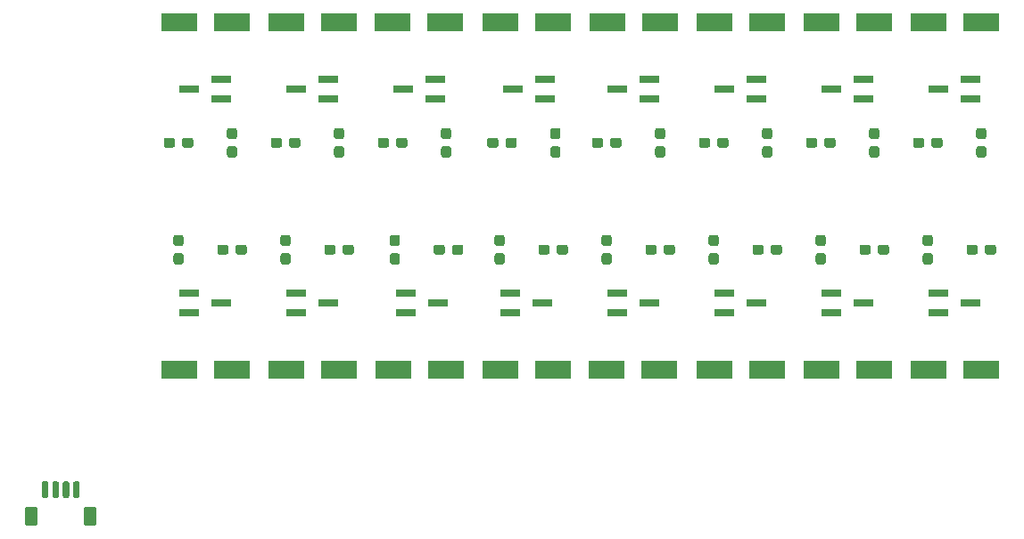
<source format=gtp>
G04 #@! TF.GenerationSoftware,KiCad,Pcbnew,5.1.5+dfsg1-2build2*
G04 #@! TF.CreationDate,2022-05-26T11:06:16-04:00*
G04 #@! TF.ProjectId,feather_valve_driver,66656174-6865-4725-9f76-616c76655f64,rev?*
G04 #@! TF.SameCoordinates,Original*
G04 #@! TF.FileFunction,Paste,Top*
G04 #@! TF.FilePolarity,Positive*
%FSLAX46Y46*%
G04 Gerber Fmt 4.6, Leading zero omitted, Abs format (unit mm)*
G04 Created by KiCad (PCBNEW 5.1.5+dfsg1-2build2) date 2022-05-26 11:06:16*
%MOMM*%
%LPD*%
G04 APERTURE LIST*
%ADD10C,0.100000*%
%ADD11R,1.900000X0.800000*%
%ADD12R,3.500000X1.800000*%
G04 APERTURE END LIST*
D10*
G36*
X145965779Y-82076144D02*
G01*
X145988834Y-82079563D01*
X146011443Y-82085227D01*
X146033387Y-82093079D01*
X146054457Y-82103044D01*
X146074448Y-82115026D01*
X146093168Y-82128910D01*
X146110438Y-82144562D01*
X146126090Y-82161832D01*
X146139974Y-82180552D01*
X146151956Y-82200543D01*
X146161921Y-82221613D01*
X146169773Y-82243557D01*
X146175437Y-82266166D01*
X146178856Y-82289221D01*
X146180000Y-82312500D01*
X146180000Y-82787500D01*
X146178856Y-82810779D01*
X146175437Y-82833834D01*
X146169773Y-82856443D01*
X146161921Y-82878387D01*
X146151956Y-82899457D01*
X146139974Y-82919448D01*
X146126090Y-82938168D01*
X146110438Y-82955438D01*
X146093168Y-82971090D01*
X146074448Y-82984974D01*
X146054457Y-82996956D01*
X146033387Y-83006921D01*
X146011443Y-83014773D01*
X145988834Y-83020437D01*
X145965779Y-83023856D01*
X145942500Y-83025000D01*
X145367500Y-83025000D01*
X145344221Y-83023856D01*
X145321166Y-83020437D01*
X145298557Y-83014773D01*
X145276613Y-83006921D01*
X145255543Y-82996956D01*
X145235552Y-82984974D01*
X145216832Y-82971090D01*
X145199562Y-82955438D01*
X145183910Y-82938168D01*
X145170026Y-82919448D01*
X145158044Y-82899457D01*
X145148079Y-82878387D01*
X145140227Y-82856443D01*
X145134563Y-82833834D01*
X145131144Y-82810779D01*
X145130000Y-82787500D01*
X145130000Y-82312500D01*
X145131144Y-82289221D01*
X145134563Y-82266166D01*
X145140227Y-82243557D01*
X145148079Y-82221613D01*
X145158044Y-82200543D01*
X145170026Y-82180552D01*
X145183910Y-82161832D01*
X145199562Y-82144562D01*
X145216832Y-82128910D01*
X145235552Y-82115026D01*
X145255543Y-82103044D01*
X145276613Y-82093079D01*
X145298557Y-82085227D01*
X145321166Y-82079563D01*
X145344221Y-82076144D01*
X145367500Y-82075000D01*
X145942500Y-82075000D01*
X145965779Y-82076144D01*
G37*
G36*
X144215779Y-82076144D02*
G01*
X144238834Y-82079563D01*
X144261443Y-82085227D01*
X144283387Y-82093079D01*
X144304457Y-82103044D01*
X144324448Y-82115026D01*
X144343168Y-82128910D01*
X144360438Y-82144562D01*
X144376090Y-82161832D01*
X144389974Y-82180552D01*
X144401956Y-82200543D01*
X144411921Y-82221613D01*
X144419773Y-82243557D01*
X144425437Y-82266166D01*
X144428856Y-82289221D01*
X144430000Y-82312500D01*
X144430000Y-82787500D01*
X144428856Y-82810779D01*
X144425437Y-82833834D01*
X144419773Y-82856443D01*
X144411921Y-82878387D01*
X144401956Y-82899457D01*
X144389974Y-82919448D01*
X144376090Y-82938168D01*
X144360438Y-82955438D01*
X144343168Y-82971090D01*
X144324448Y-82984974D01*
X144304457Y-82996956D01*
X144283387Y-83006921D01*
X144261443Y-83014773D01*
X144238834Y-83020437D01*
X144215779Y-83023856D01*
X144192500Y-83025000D01*
X143617500Y-83025000D01*
X143594221Y-83023856D01*
X143571166Y-83020437D01*
X143548557Y-83014773D01*
X143526613Y-83006921D01*
X143505543Y-82996956D01*
X143485552Y-82984974D01*
X143466832Y-82971090D01*
X143449562Y-82955438D01*
X143433910Y-82938168D01*
X143420026Y-82919448D01*
X143408044Y-82899457D01*
X143398079Y-82878387D01*
X143390227Y-82856443D01*
X143384563Y-82833834D01*
X143381144Y-82810779D01*
X143380000Y-82787500D01*
X143380000Y-82312500D01*
X143381144Y-82289221D01*
X143384563Y-82266166D01*
X143390227Y-82243557D01*
X143398079Y-82221613D01*
X143408044Y-82200543D01*
X143420026Y-82180552D01*
X143433910Y-82161832D01*
X143449562Y-82144562D01*
X143466832Y-82128910D01*
X143485552Y-82115026D01*
X143505543Y-82103044D01*
X143526613Y-82093079D01*
X143548557Y-82085227D01*
X143571166Y-82079563D01*
X143594221Y-82076144D01*
X143617500Y-82075000D01*
X144192500Y-82075000D01*
X144215779Y-82076144D01*
G37*
G36*
X150120779Y-82901144D02*
G01*
X150143834Y-82904563D01*
X150166443Y-82910227D01*
X150188387Y-82918079D01*
X150209457Y-82928044D01*
X150229448Y-82940026D01*
X150248168Y-82953910D01*
X150265438Y-82969562D01*
X150281090Y-82986832D01*
X150294974Y-83005552D01*
X150306956Y-83025543D01*
X150316921Y-83046613D01*
X150324773Y-83068557D01*
X150330437Y-83091166D01*
X150333856Y-83114221D01*
X150335000Y-83137500D01*
X150335000Y-83712500D01*
X150333856Y-83735779D01*
X150330437Y-83758834D01*
X150324773Y-83781443D01*
X150316921Y-83803387D01*
X150306956Y-83824457D01*
X150294974Y-83844448D01*
X150281090Y-83863168D01*
X150265438Y-83880438D01*
X150248168Y-83896090D01*
X150229448Y-83909974D01*
X150209457Y-83921956D01*
X150188387Y-83931921D01*
X150166443Y-83939773D01*
X150143834Y-83945437D01*
X150120779Y-83948856D01*
X150097500Y-83950000D01*
X149622500Y-83950000D01*
X149599221Y-83948856D01*
X149576166Y-83945437D01*
X149553557Y-83939773D01*
X149531613Y-83931921D01*
X149510543Y-83921956D01*
X149490552Y-83909974D01*
X149471832Y-83896090D01*
X149454562Y-83880438D01*
X149438910Y-83863168D01*
X149425026Y-83844448D01*
X149413044Y-83824457D01*
X149403079Y-83803387D01*
X149395227Y-83781443D01*
X149389563Y-83758834D01*
X149386144Y-83735779D01*
X149385000Y-83712500D01*
X149385000Y-83137500D01*
X149386144Y-83114221D01*
X149389563Y-83091166D01*
X149395227Y-83068557D01*
X149403079Y-83046613D01*
X149413044Y-83025543D01*
X149425026Y-83005552D01*
X149438910Y-82986832D01*
X149454562Y-82969562D01*
X149471832Y-82953910D01*
X149490552Y-82940026D01*
X149510543Y-82928044D01*
X149531613Y-82918079D01*
X149553557Y-82910227D01*
X149576166Y-82904563D01*
X149599221Y-82901144D01*
X149622500Y-82900000D01*
X150097500Y-82900000D01*
X150120779Y-82901144D01*
G37*
G36*
X150120779Y-81151144D02*
G01*
X150143834Y-81154563D01*
X150166443Y-81160227D01*
X150188387Y-81168079D01*
X150209457Y-81178044D01*
X150229448Y-81190026D01*
X150248168Y-81203910D01*
X150265438Y-81219562D01*
X150281090Y-81236832D01*
X150294974Y-81255552D01*
X150306956Y-81275543D01*
X150316921Y-81296613D01*
X150324773Y-81318557D01*
X150330437Y-81341166D01*
X150333856Y-81364221D01*
X150335000Y-81387500D01*
X150335000Y-81962500D01*
X150333856Y-81985779D01*
X150330437Y-82008834D01*
X150324773Y-82031443D01*
X150316921Y-82053387D01*
X150306956Y-82074457D01*
X150294974Y-82094448D01*
X150281090Y-82113168D01*
X150265438Y-82130438D01*
X150248168Y-82146090D01*
X150229448Y-82159974D01*
X150209457Y-82171956D01*
X150188387Y-82181921D01*
X150166443Y-82189773D01*
X150143834Y-82195437D01*
X150120779Y-82198856D01*
X150097500Y-82200000D01*
X149622500Y-82200000D01*
X149599221Y-82198856D01*
X149576166Y-82195437D01*
X149553557Y-82189773D01*
X149531613Y-82181921D01*
X149510543Y-82171956D01*
X149490552Y-82159974D01*
X149471832Y-82146090D01*
X149454562Y-82130438D01*
X149438910Y-82113168D01*
X149425026Y-82094448D01*
X149413044Y-82074457D01*
X149403079Y-82053387D01*
X149395227Y-82031443D01*
X149389563Y-82008834D01*
X149386144Y-81985779D01*
X149385000Y-81962500D01*
X149385000Y-81387500D01*
X149386144Y-81364221D01*
X149389563Y-81341166D01*
X149395227Y-81318557D01*
X149403079Y-81296613D01*
X149413044Y-81275543D01*
X149425026Y-81255552D01*
X149438910Y-81236832D01*
X149454562Y-81219562D01*
X149471832Y-81203910D01*
X149490552Y-81190026D01*
X149510543Y-81178044D01*
X149531613Y-81168079D01*
X149553557Y-81160227D01*
X149576166Y-81154563D01*
X149599221Y-81151144D01*
X149622500Y-81150000D01*
X150097500Y-81150000D01*
X150120779Y-81151144D01*
G37*
G36*
X135805779Y-82076144D02*
G01*
X135828834Y-82079563D01*
X135851443Y-82085227D01*
X135873387Y-82093079D01*
X135894457Y-82103044D01*
X135914448Y-82115026D01*
X135933168Y-82128910D01*
X135950438Y-82144562D01*
X135966090Y-82161832D01*
X135979974Y-82180552D01*
X135991956Y-82200543D01*
X136001921Y-82221613D01*
X136009773Y-82243557D01*
X136015437Y-82266166D01*
X136018856Y-82289221D01*
X136020000Y-82312500D01*
X136020000Y-82787500D01*
X136018856Y-82810779D01*
X136015437Y-82833834D01*
X136009773Y-82856443D01*
X136001921Y-82878387D01*
X135991956Y-82899457D01*
X135979974Y-82919448D01*
X135966090Y-82938168D01*
X135950438Y-82955438D01*
X135933168Y-82971090D01*
X135914448Y-82984974D01*
X135894457Y-82996956D01*
X135873387Y-83006921D01*
X135851443Y-83014773D01*
X135828834Y-83020437D01*
X135805779Y-83023856D01*
X135782500Y-83025000D01*
X135207500Y-83025000D01*
X135184221Y-83023856D01*
X135161166Y-83020437D01*
X135138557Y-83014773D01*
X135116613Y-83006921D01*
X135095543Y-82996956D01*
X135075552Y-82984974D01*
X135056832Y-82971090D01*
X135039562Y-82955438D01*
X135023910Y-82938168D01*
X135010026Y-82919448D01*
X134998044Y-82899457D01*
X134988079Y-82878387D01*
X134980227Y-82856443D01*
X134974563Y-82833834D01*
X134971144Y-82810779D01*
X134970000Y-82787500D01*
X134970000Y-82312500D01*
X134971144Y-82289221D01*
X134974563Y-82266166D01*
X134980227Y-82243557D01*
X134988079Y-82221613D01*
X134998044Y-82200543D01*
X135010026Y-82180552D01*
X135023910Y-82161832D01*
X135039562Y-82144562D01*
X135056832Y-82128910D01*
X135075552Y-82115026D01*
X135095543Y-82103044D01*
X135116613Y-82093079D01*
X135138557Y-82085227D01*
X135161166Y-82079563D01*
X135184221Y-82076144D01*
X135207500Y-82075000D01*
X135782500Y-82075000D01*
X135805779Y-82076144D01*
G37*
G36*
X134055779Y-82076144D02*
G01*
X134078834Y-82079563D01*
X134101443Y-82085227D01*
X134123387Y-82093079D01*
X134144457Y-82103044D01*
X134164448Y-82115026D01*
X134183168Y-82128910D01*
X134200438Y-82144562D01*
X134216090Y-82161832D01*
X134229974Y-82180552D01*
X134241956Y-82200543D01*
X134251921Y-82221613D01*
X134259773Y-82243557D01*
X134265437Y-82266166D01*
X134268856Y-82289221D01*
X134270000Y-82312500D01*
X134270000Y-82787500D01*
X134268856Y-82810779D01*
X134265437Y-82833834D01*
X134259773Y-82856443D01*
X134251921Y-82878387D01*
X134241956Y-82899457D01*
X134229974Y-82919448D01*
X134216090Y-82938168D01*
X134200438Y-82955438D01*
X134183168Y-82971090D01*
X134164448Y-82984974D01*
X134144457Y-82996956D01*
X134123387Y-83006921D01*
X134101443Y-83014773D01*
X134078834Y-83020437D01*
X134055779Y-83023856D01*
X134032500Y-83025000D01*
X133457500Y-83025000D01*
X133434221Y-83023856D01*
X133411166Y-83020437D01*
X133388557Y-83014773D01*
X133366613Y-83006921D01*
X133345543Y-82996956D01*
X133325552Y-82984974D01*
X133306832Y-82971090D01*
X133289562Y-82955438D01*
X133273910Y-82938168D01*
X133260026Y-82919448D01*
X133248044Y-82899457D01*
X133238079Y-82878387D01*
X133230227Y-82856443D01*
X133224563Y-82833834D01*
X133221144Y-82810779D01*
X133220000Y-82787500D01*
X133220000Y-82312500D01*
X133221144Y-82289221D01*
X133224563Y-82266166D01*
X133230227Y-82243557D01*
X133238079Y-82221613D01*
X133248044Y-82200543D01*
X133260026Y-82180552D01*
X133273910Y-82161832D01*
X133289562Y-82144562D01*
X133306832Y-82128910D01*
X133325552Y-82115026D01*
X133345543Y-82103044D01*
X133366613Y-82093079D01*
X133388557Y-82085227D01*
X133411166Y-82079563D01*
X133434221Y-82076144D01*
X133457500Y-82075000D01*
X134032500Y-82075000D01*
X134055779Y-82076144D01*
G37*
G36*
X139960779Y-82901144D02*
G01*
X139983834Y-82904563D01*
X140006443Y-82910227D01*
X140028387Y-82918079D01*
X140049457Y-82928044D01*
X140069448Y-82940026D01*
X140088168Y-82953910D01*
X140105438Y-82969562D01*
X140121090Y-82986832D01*
X140134974Y-83005552D01*
X140146956Y-83025543D01*
X140156921Y-83046613D01*
X140164773Y-83068557D01*
X140170437Y-83091166D01*
X140173856Y-83114221D01*
X140175000Y-83137500D01*
X140175000Y-83712500D01*
X140173856Y-83735779D01*
X140170437Y-83758834D01*
X140164773Y-83781443D01*
X140156921Y-83803387D01*
X140146956Y-83824457D01*
X140134974Y-83844448D01*
X140121090Y-83863168D01*
X140105438Y-83880438D01*
X140088168Y-83896090D01*
X140069448Y-83909974D01*
X140049457Y-83921956D01*
X140028387Y-83931921D01*
X140006443Y-83939773D01*
X139983834Y-83945437D01*
X139960779Y-83948856D01*
X139937500Y-83950000D01*
X139462500Y-83950000D01*
X139439221Y-83948856D01*
X139416166Y-83945437D01*
X139393557Y-83939773D01*
X139371613Y-83931921D01*
X139350543Y-83921956D01*
X139330552Y-83909974D01*
X139311832Y-83896090D01*
X139294562Y-83880438D01*
X139278910Y-83863168D01*
X139265026Y-83844448D01*
X139253044Y-83824457D01*
X139243079Y-83803387D01*
X139235227Y-83781443D01*
X139229563Y-83758834D01*
X139226144Y-83735779D01*
X139225000Y-83712500D01*
X139225000Y-83137500D01*
X139226144Y-83114221D01*
X139229563Y-83091166D01*
X139235227Y-83068557D01*
X139243079Y-83046613D01*
X139253044Y-83025543D01*
X139265026Y-83005552D01*
X139278910Y-82986832D01*
X139294562Y-82969562D01*
X139311832Y-82953910D01*
X139330552Y-82940026D01*
X139350543Y-82928044D01*
X139371613Y-82918079D01*
X139393557Y-82910227D01*
X139416166Y-82904563D01*
X139439221Y-82901144D01*
X139462500Y-82900000D01*
X139937500Y-82900000D01*
X139960779Y-82901144D01*
G37*
G36*
X139960779Y-81151144D02*
G01*
X139983834Y-81154563D01*
X140006443Y-81160227D01*
X140028387Y-81168079D01*
X140049457Y-81178044D01*
X140069448Y-81190026D01*
X140088168Y-81203910D01*
X140105438Y-81219562D01*
X140121090Y-81236832D01*
X140134974Y-81255552D01*
X140146956Y-81275543D01*
X140156921Y-81296613D01*
X140164773Y-81318557D01*
X140170437Y-81341166D01*
X140173856Y-81364221D01*
X140175000Y-81387500D01*
X140175000Y-81962500D01*
X140173856Y-81985779D01*
X140170437Y-82008834D01*
X140164773Y-82031443D01*
X140156921Y-82053387D01*
X140146956Y-82074457D01*
X140134974Y-82094448D01*
X140121090Y-82113168D01*
X140105438Y-82130438D01*
X140088168Y-82146090D01*
X140069448Y-82159974D01*
X140049457Y-82171956D01*
X140028387Y-82181921D01*
X140006443Y-82189773D01*
X139983834Y-82195437D01*
X139960779Y-82198856D01*
X139937500Y-82200000D01*
X139462500Y-82200000D01*
X139439221Y-82198856D01*
X139416166Y-82195437D01*
X139393557Y-82189773D01*
X139371613Y-82181921D01*
X139350543Y-82171956D01*
X139330552Y-82159974D01*
X139311832Y-82146090D01*
X139294562Y-82130438D01*
X139278910Y-82113168D01*
X139265026Y-82094448D01*
X139253044Y-82074457D01*
X139243079Y-82053387D01*
X139235227Y-82031443D01*
X139229563Y-82008834D01*
X139226144Y-81985779D01*
X139225000Y-81962500D01*
X139225000Y-81387500D01*
X139226144Y-81364221D01*
X139229563Y-81341166D01*
X139235227Y-81318557D01*
X139243079Y-81296613D01*
X139253044Y-81275543D01*
X139265026Y-81255552D01*
X139278910Y-81236832D01*
X139294562Y-81219562D01*
X139311832Y-81203910D01*
X139330552Y-81190026D01*
X139350543Y-81178044D01*
X139371613Y-81168079D01*
X139393557Y-81160227D01*
X139416166Y-81154563D01*
X139439221Y-81151144D01*
X139462500Y-81150000D01*
X139937500Y-81150000D01*
X139960779Y-81151144D01*
G37*
G36*
X125645779Y-82076144D02*
G01*
X125668834Y-82079563D01*
X125691443Y-82085227D01*
X125713387Y-82093079D01*
X125734457Y-82103044D01*
X125754448Y-82115026D01*
X125773168Y-82128910D01*
X125790438Y-82144562D01*
X125806090Y-82161832D01*
X125819974Y-82180552D01*
X125831956Y-82200543D01*
X125841921Y-82221613D01*
X125849773Y-82243557D01*
X125855437Y-82266166D01*
X125858856Y-82289221D01*
X125860000Y-82312500D01*
X125860000Y-82787500D01*
X125858856Y-82810779D01*
X125855437Y-82833834D01*
X125849773Y-82856443D01*
X125841921Y-82878387D01*
X125831956Y-82899457D01*
X125819974Y-82919448D01*
X125806090Y-82938168D01*
X125790438Y-82955438D01*
X125773168Y-82971090D01*
X125754448Y-82984974D01*
X125734457Y-82996956D01*
X125713387Y-83006921D01*
X125691443Y-83014773D01*
X125668834Y-83020437D01*
X125645779Y-83023856D01*
X125622500Y-83025000D01*
X125047500Y-83025000D01*
X125024221Y-83023856D01*
X125001166Y-83020437D01*
X124978557Y-83014773D01*
X124956613Y-83006921D01*
X124935543Y-82996956D01*
X124915552Y-82984974D01*
X124896832Y-82971090D01*
X124879562Y-82955438D01*
X124863910Y-82938168D01*
X124850026Y-82919448D01*
X124838044Y-82899457D01*
X124828079Y-82878387D01*
X124820227Y-82856443D01*
X124814563Y-82833834D01*
X124811144Y-82810779D01*
X124810000Y-82787500D01*
X124810000Y-82312500D01*
X124811144Y-82289221D01*
X124814563Y-82266166D01*
X124820227Y-82243557D01*
X124828079Y-82221613D01*
X124838044Y-82200543D01*
X124850026Y-82180552D01*
X124863910Y-82161832D01*
X124879562Y-82144562D01*
X124896832Y-82128910D01*
X124915552Y-82115026D01*
X124935543Y-82103044D01*
X124956613Y-82093079D01*
X124978557Y-82085227D01*
X125001166Y-82079563D01*
X125024221Y-82076144D01*
X125047500Y-82075000D01*
X125622500Y-82075000D01*
X125645779Y-82076144D01*
G37*
G36*
X123895779Y-82076144D02*
G01*
X123918834Y-82079563D01*
X123941443Y-82085227D01*
X123963387Y-82093079D01*
X123984457Y-82103044D01*
X124004448Y-82115026D01*
X124023168Y-82128910D01*
X124040438Y-82144562D01*
X124056090Y-82161832D01*
X124069974Y-82180552D01*
X124081956Y-82200543D01*
X124091921Y-82221613D01*
X124099773Y-82243557D01*
X124105437Y-82266166D01*
X124108856Y-82289221D01*
X124110000Y-82312500D01*
X124110000Y-82787500D01*
X124108856Y-82810779D01*
X124105437Y-82833834D01*
X124099773Y-82856443D01*
X124091921Y-82878387D01*
X124081956Y-82899457D01*
X124069974Y-82919448D01*
X124056090Y-82938168D01*
X124040438Y-82955438D01*
X124023168Y-82971090D01*
X124004448Y-82984974D01*
X123984457Y-82996956D01*
X123963387Y-83006921D01*
X123941443Y-83014773D01*
X123918834Y-83020437D01*
X123895779Y-83023856D01*
X123872500Y-83025000D01*
X123297500Y-83025000D01*
X123274221Y-83023856D01*
X123251166Y-83020437D01*
X123228557Y-83014773D01*
X123206613Y-83006921D01*
X123185543Y-82996956D01*
X123165552Y-82984974D01*
X123146832Y-82971090D01*
X123129562Y-82955438D01*
X123113910Y-82938168D01*
X123100026Y-82919448D01*
X123088044Y-82899457D01*
X123078079Y-82878387D01*
X123070227Y-82856443D01*
X123064563Y-82833834D01*
X123061144Y-82810779D01*
X123060000Y-82787500D01*
X123060000Y-82312500D01*
X123061144Y-82289221D01*
X123064563Y-82266166D01*
X123070227Y-82243557D01*
X123078079Y-82221613D01*
X123088044Y-82200543D01*
X123100026Y-82180552D01*
X123113910Y-82161832D01*
X123129562Y-82144562D01*
X123146832Y-82128910D01*
X123165552Y-82115026D01*
X123185543Y-82103044D01*
X123206613Y-82093079D01*
X123228557Y-82085227D01*
X123251166Y-82079563D01*
X123274221Y-82076144D01*
X123297500Y-82075000D01*
X123872500Y-82075000D01*
X123895779Y-82076144D01*
G37*
G36*
X129800779Y-82901144D02*
G01*
X129823834Y-82904563D01*
X129846443Y-82910227D01*
X129868387Y-82918079D01*
X129889457Y-82928044D01*
X129909448Y-82940026D01*
X129928168Y-82953910D01*
X129945438Y-82969562D01*
X129961090Y-82986832D01*
X129974974Y-83005552D01*
X129986956Y-83025543D01*
X129996921Y-83046613D01*
X130004773Y-83068557D01*
X130010437Y-83091166D01*
X130013856Y-83114221D01*
X130015000Y-83137500D01*
X130015000Y-83712500D01*
X130013856Y-83735779D01*
X130010437Y-83758834D01*
X130004773Y-83781443D01*
X129996921Y-83803387D01*
X129986956Y-83824457D01*
X129974974Y-83844448D01*
X129961090Y-83863168D01*
X129945438Y-83880438D01*
X129928168Y-83896090D01*
X129909448Y-83909974D01*
X129889457Y-83921956D01*
X129868387Y-83931921D01*
X129846443Y-83939773D01*
X129823834Y-83945437D01*
X129800779Y-83948856D01*
X129777500Y-83950000D01*
X129302500Y-83950000D01*
X129279221Y-83948856D01*
X129256166Y-83945437D01*
X129233557Y-83939773D01*
X129211613Y-83931921D01*
X129190543Y-83921956D01*
X129170552Y-83909974D01*
X129151832Y-83896090D01*
X129134562Y-83880438D01*
X129118910Y-83863168D01*
X129105026Y-83844448D01*
X129093044Y-83824457D01*
X129083079Y-83803387D01*
X129075227Y-83781443D01*
X129069563Y-83758834D01*
X129066144Y-83735779D01*
X129065000Y-83712500D01*
X129065000Y-83137500D01*
X129066144Y-83114221D01*
X129069563Y-83091166D01*
X129075227Y-83068557D01*
X129083079Y-83046613D01*
X129093044Y-83025543D01*
X129105026Y-83005552D01*
X129118910Y-82986832D01*
X129134562Y-82969562D01*
X129151832Y-82953910D01*
X129170552Y-82940026D01*
X129190543Y-82928044D01*
X129211613Y-82918079D01*
X129233557Y-82910227D01*
X129256166Y-82904563D01*
X129279221Y-82901144D01*
X129302500Y-82900000D01*
X129777500Y-82900000D01*
X129800779Y-82901144D01*
G37*
G36*
X129800779Y-81151144D02*
G01*
X129823834Y-81154563D01*
X129846443Y-81160227D01*
X129868387Y-81168079D01*
X129889457Y-81178044D01*
X129909448Y-81190026D01*
X129928168Y-81203910D01*
X129945438Y-81219562D01*
X129961090Y-81236832D01*
X129974974Y-81255552D01*
X129986956Y-81275543D01*
X129996921Y-81296613D01*
X130004773Y-81318557D01*
X130010437Y-81341166D01*
X130013856Y-81364221D01*
X130015000Y-81387500D01*
X130015000Y-81962500D01*
X130013856Y-81985779D01*
X130010437Y-82008834D01*
X130004773Y-82031443D01*
X129996921Y-82053387D01*
X129986956Y-82074457D01*
X129974974Y-82094448D01*
X129961090Y-82113168D01*
X129945438Y-82130438D01*
X129928168Y-82146090D01*
X129909448Y-82159974D01*
X129889457Y-82171956D01*
X129868387Y-82181921D01*
X129846443Y-82189773D01*
X129823834Y-82195437D01*
X129800779Y-82198856D01*
X129777500Y-82200000D01*
X129302500Y-82200000D01*
X129279221Y-82198856D01*
X129256166Y-82195437D01*
X129233557Y-82189773D01*
X129211613Y-82181921D01*
X129190543Y-82171956D01*
X129170552Y-82159974D01*
X129151832Y-82146090D01*
X129134562Y-82130438D01*
X129118910Y-82113168D01*
X129105026Y-82094448D01*
X129093044Y-82074457D01*
X129083079Y-82053387D01*
X129075227Y-82031443D01*
X129069563Y-82008834D01*
X129066144Y-81985779D01*
X129065000Y-81962500D01*
X129065000Y-81387500D01*
X129066144Y-81364221D01*
X129069563Y-81341166D01*
X129075227Y-81318557D01*
X129083079Y-81296613D01*
X129093044Y-81275543D01*
X129105026Y-81255552D01*
X129118910Y-81236832D01*
X129134562Y-81219562D01*
X129151832Y-81203910D01*
X129170552Y-81190026D01*
X129190543Y-81178044D01*
X129211613Y-81168079D01*
X129233557Y-81160227D01*
X129256166Y-81154563D01*
X129279221Y-81151144D01*
X129302500Y-81150000D01*
X129777500Y-81150000D01*
X129800779Y-81151144D01*
G37*
G36*
X115485779Y-82076144D02*
G01*
X115508834Y-82079563D01*
X115531443Y-82085227D01*
X115553387Y-82093079D01*
X115574457Y-82103044D01*
X115594448Y-82115026D01*
X115613168Y-82128910D01*
X115630438Y-82144562D01*
X115646090Y-82161832D01*
X115659974Y-82180552D01*
X115671956Y-82200543D01*
X115681921Y-82221613D01*
X115689773Y-82243557D01*
X115695437Y-82266166D01*
X115698856Y-82289221D01*
X115700000Y-82312500D01*
X115700000Y-82787500D01*
X115698856Y-82810779D01*
X115695437Y-82833834D01*
X115689773Y-82856443D01*
X115681921Y-82878387D01*
X115671956Y-82899457D01*
X115659974Y-82919448D01*
X115646090Y-82938168D01*
X115630438Y-82955438D01*
X115613168Y-82971090D01*
X115594448Y-82984974D01*
X115574457Y-82996956D01*
X115553387Y-83006921D01*
X115531443Y-83014773D01*
X115508834Y-83020437D01*
X115485779Y-83023856D01*
X115462500Y-83025000D01*
X114887500Y-83025000D01*
X114864221Y-83023856D01*
X114841166Y-83020437D01*
X114818557Y-83014773D01*
X114796613Y-83006921D01*
X114775543Y-82996956D01*
X114755552Y-82984974D01*
X114736832Y-82971090D01*
X114719562Y-82955438D01*
X114703910Y-82938168D01*
X114690026Y-82919448D01*
X114678044Y-82899457D01*
X114668079Y-82878387D01*
X114660227Y-82856443D01*
X114654563Y-82833834D01*
X114651144Y-82810779D01*
X114650000Y-82787500D01*
X114650000Y-82312500D01*
X114651144Y-82289221D01*
X114654563Y-82266166D01*
X114660227Y-82243557D01*
X114668079Y-82221613D01*
X114678044Y-82200543D01*
X114690026Y-82180552D01*
X114703910Y-82161832D01*
X114719562Y-82144562D01*
X114736832Y-82128910D01*
X114755552Y-82115026D01*
X114775543Y-82103044D01*
X114796613Y-82093079D01*
X114818557Y-82085227D01*
X114841166Y-82079563D01*
X114864221Y-82076144D01*
X114887500Y-82075000D01*
X115462500Y-82075000D01*
X115485779Y-82076144D01*
G37*
G36*
X113735779Y-82076144D02*
G01*
X113758834Y-82079563D01*
X113781443Y-82085227D01*
X113803387Y-82093079D01*
X113824457Y-82103044D01*
X113844448Y-82115026D01*
X113863168Y-82128910D01*
X113880438Y-82144562D01*
X113896090Y-82161832D01*
X113909974Y-82180552D01*
X113921956Y-82200543D01*
X113931921Y-82221613D01*
X113939773Y-82243557D01*
X113945437Y-82266166D01*
X113948856Y-82289221D01*
X113950000Y-82312500D01*
X113950000Y-82787500D01*
X113948856Y-82810779D01*
X113945437Y-82833834D01*
X113939773Y-82856443D01*
X113931921Y-82878387D01*
X113921956Y-82899457D01*
X113909974Y-82919448D01*
X113896090Y-82938168D01*
X113880438Y-82955438D01*
X113863168Y-82971090D01*
X113844448Y-82984974D01*
X113824457Y-82996956D01*
X113803387Y-83006921D01*
X113781443Y-83014773D01*
X113758834Y-83020437D01*
X113735779Y-83023856D01*
X113712500Y-83025000D01*
X113137500Y-83025000D01*
X113114221Y-83023856D01*
X113091166Y-83020437D01*
X113068557Y-83014773D01*
X113046613Y-83006921D01*
X113025543Y-82996956D01*
X113005552Y-82984974D01*
X112986832Y-82971090D01*
X112969562Y-82955438D01*
X112953910Y-82938168D01*
X112940026Y-82919448D01*
X112928044Y-82899457D01*
X112918079Y-82878387D01*
X112910227Y-82856443D01*
X112904563Y-82833834D01*
X112901144Y-82810779D01*
X112900000Y-82787500D01*
X112900000Y-82312500D01*
X112901144Y-82289221D01*
X112904563Y-82266166D01*
X112910227Y-82243557D01*
X112918079Y-82221613D01*
X112928044Y-82200543D01*
X112940026Y-82180552D01*
X112953910Y-82161832D01*
X112969562Y-82144562D01*
X112986832Y-82128910D01*
X113005552Y-82115026D01*
X113025543Y-82103044D01*
X113046613Y-82093079D01*
X113068557Y-82085227D01*
X113091166Y-82079563D01*
X113114221Y-82076144D01*
X113137500Y-82075000D01*
X113712500Y-82075000D01*
X113735779Y-82076144D01*
G37*
G36*
X119640779Y-82901144D02*
G01*
X119663834Y-82904563D01*
X119686443Y-82910227D01*
X119708387Y-82918079D01*
X119729457Y-82928044D01*
X119749448Y-82940026D01*
X119768168Y-82953910D01*
X119785438Y-82969562D01*
X119801090Y-82986832D01*
X119814974Y-83005552D01*
X119826956Y-83025543D01*
X119836921Y-83046613D01*
X119844773Y-83068557D01*
X119850437Y-83091166D01*
X119853856Y-83114221D01*
X119855000Y-83137500D01*
X119855000Y-83712500D01*
X119853856Y-83735779D01*
X119850437Y-83758834D01*
X119844773Y-83781443D01*
X119836921Y-83803387D01*
X119826956Y-83824457D01*
X119814974Y-83844448D01*
X119801090Y-83863168D01*
X119785438Y-83880438D01*
X119768168Y-83896090D01*
X119749448Y-83909974D01*
X119729457Y-83921956D01*
X119708387Y-83931921D01*
X119686443Y-83939773D01*
X119663834Y-83945437D01*
X119640779Y-83948856D01*
X119617500Y-83950000D01*
X119142500Y-83950000D01*
X119119221Y-83948856D01*
X119096166Y-83945437D01*
X119073557Y-83939773D01*
X119051613Y-83931921D01*
X119030543Y-83921956D01*
X119010552Y-83909974D01*
X118991832Y-83896090D01*
X118974562Y-83880438D01*
X118958910Y-83863168D01*
X118945026Y-83844448D01*
X118933044Y-83824457D01*
X118923079Y-83803387D01*
X118915227Y-83781443D01*
X118909563Y-83758834D01*
X118906144Y-83735779D01*
X118905000Y-83712500D01*
X118905000Y-83137500D01*
X118906144Y-83114221D01*
X118909563Y-83091166D01*
X118915227Y-83068557D01*
X118923079Y-83046613D01*
X118933044Y-83025543D01*
X118945026Y-83005552D01*
X118958910Y-82986832D01*
X118974562Y-82969562D01*
X118991832Y-82953910D01*
X119010552Y-82940026D01*
X119030543Y-82928044D01*
X119051613Y-82918079D01*
X119073557Y-82910227D01*
X119096166Y-82904563D01*
X119119221Y-82901144D01*
X119142500Y-82900000D01*
X119617500Y-82900000D01*
X119640779Y-82901144D01*
G37*
G36*
X119640779Y-81151144D02*
G01*
X119663834Y-81154563D01*
X119686443Y-81160227D01*
X119708387Y-81168079D01*
X119729457Y-81178044D01*
X119749448Y-81190026D01*
X119768168Y-81203910D01*
X119785438Y-81219562D01*
X119801090Y-81236832D01*
X119814974Y-81255552D01*
X119826956Y-81275543D01*
X119836921Y-81296613D01*
X119844773Y-81318557D01*
X119850437Y-81341166D01*
X119853856Y-81364221D01*
X119855000Y-81387500D01*
X119855000Y-81962500D01*
X119853856Y-81985779D01*
X119850437Y-82008834D01*
X119844773Y-82031443D01*
X119836921Y-82053387D01*
X119826956Y-82074457D01*
X119814974Y-82094448D01*
X119801090Y-82113168D01*
X119785438Y-82130438D01*
X119768168Y-82146090D01*
X119749448Y-82159974D01*
X119729457Y-82171956D01*
X119708387Y-82181921D01*
X119686443Y-82189773D01*
X119663834Y-82195437D01*
X119640779Y-82198856D01*
X119617500Y-82200000D01*
X119142500Y-82200000D01*
X119119221Y-82198856D01*
X119096166Y-82195437D01*
X119073557Y-82189773D01*
X119051613Y-82181921D01*
X119030543Y-82171956D01*
X119010552Y-82159974D01*
X118991832Y-82146090D01*
X118974562Y-82130438D01*
X118958910Y-82113168D01*
X118945026Y-82094448D01*
X118933044Y-82074457D01*
X118923079Y-82053387D01*
X118915227Y-82031443D01*
X118909563Y-82008834D01*
X118906144Y-81985779D01*
X118905000Y-81962500D01*
X118905000Y-81387500D01*
X118906144Y-81364221D01*
X118909563Y-81341166D01*
X118915227Y-81318557D01*
X118923079Y-81296613D01*
X118933044Y-81275543D01*
X118945026Y-81255552D01*
X118958910Y-81236832D01*
X118974562Y-81219562D01*
X118991832Y-81203910D01*
X119010552Y-81190026D01*
X119030543Y-81178044D01*
X119051613Y-81168079D01*
X119073557Y-81160227D01*
X119096166Y-81154563D01*
X119119221Y-81151144D01*
X119142500Y-81150000D01*
X119617500Y-81150000D01*
X119640779Y-81151144D01*
G37*
G36*
X105555779Y-82076144D02*
G01*
X105578834Y-82079563D01*
X105601443Y-82085227D01*
X105623387Y-82093079D01*
X105644457Y-82103044D01*
X105664448Y-82115026D01*
X105683168Y-82128910D01*
X105700438Y-82144562D01*
X105716090Y-82161832D01*
X105729974Y-82180552D01*
X105741956Y-82200543D01*
X105751921Y-82221613D01*
X105759773Y-82243557D01*
X105765437Y-82266166D01*
X105768856Y-82289221D01*
X105770000Y-82312500D01*
X105770000Y-82787500D01*
X105768856Y-82810779D01*
X105765437Y-82833834D01*
X105759773Y-82856443D01*
X105751921Y-82878387D01*
X105741956Y-82899457D01*
X105729974Y-82919448D01*
X105716090Y-82938168D01*
X105700438Y-82955438D01*
X105683168Y-82971090D01*
X105664448Y-82984974D01*
X105644457Y-82996956D01*
X105623387Y-83006921D01*
X105601443Y-83014773D01*
X105578834Y-83020437D01*
X105555779Y-83023856D01*
X105532500Y-83025000D01*
X104957500Y-83025000D01*
X104934221Y-83023856D01*
X104911166Y-83020437D01*
X104888557Y-83014773D01*
X104866613Y-83006921D01*
X104845543Y-82996956D01*
X104825552Y-82984974D01*
X104806832Y-82971090D01*
X104789562Y-82955438D01*
X104773910Y-82938168D01*
X104760026Y-82919448D01*
X104748044Y-82899457D01*
X104738079Y-82878387D01*
X104730227Y-82856443D01*
X104724563Y-82833834D01*
X104721144Y-82810779D01*
X104720000Y-82787500D01*
X104720000Y-82312500D01*
X104721144Y-82289221D01*
X104724563Y-82266166D01*
X104730227Y-82243557D01*
X104738079Y-82221613D01*
X104748044Y-82200543D01*
X104760026Y-82180552D01*
X104773910Y-82161832D01*
X104789562Y-82144562D01*
X104806832Y-82128910D01*
X104825552Y-82115026D01*
X104845543Y-82103044D01*
X104866613Y-82093079D01*
X104888557Y-82085227D01*
X104911166Y-82079563D01*
X104934221Y-82076144D01*
X104957500Y-82075000D01*
X105532500Y-82075000D01*
X105555779Y-82076144D01*
G37*
G36*
X103805779Y-82076144D02*
G01*
X103828834Y-82079563D01*
X103851443Y-82085227D01*
X103873387Y-82093079D01*
X103894457Y-82103044D01*
X103914448Y-82115026D01*
X103933168Y-82128910D01*
X103950438Y-82144562D01*
X103966090Y-82161832D01*
X103979974Y-82180552D01*
X103991956Y-82200543D01*
X104001921Y-82221613D01*
X104009773Y-82243557D01*
X104015437Y-82266166D01*
X104018856Y-82289221D01*
X104020000Y-82312500D01*
X104020000Y-82787500D01*
X104018856Y-82810779D01*
X104015437Y-82833834D01*
X104009773Y-82856443D01*
X104001921Y-82878387D01*
X103991956Y-82899457D01*
X103979974Y-82919448D01*
X103966090Y-82938168D01*
X103950438Y-82955438D01*
X103933168Y-82971090D01*
X103914448Y-82984974D01*
X103894457Y-82996956D01*
X103873387Y-83006921D01*
X103851443Y-83014773D01*
X103828834Y-83020437D01*
X103805779Y-83023856D01*
X103782500Y-83025000D01*
X103207500Y-83025000D01*
X103184221Y-83023856D01*
X103161166Y-83020437D01*
X103138557Y-83014773D01*
X103116613Y-83006921D01*
X103095543Y-82996956D01*
X103075552Y-82984974D01*
X103056832Y-82971090D01*
X103039562Y-82955438D01*
X103023910Y-82938168D01*
X103010026Y-82919448D01*
X102998044Y-82899457D01*
X102988079Y-82878387D01*
X102980227Y-82856443D01*
X102974563Y-82833834D01*
X102971144Y-82810779D01*
X102970000Y-82787500D01*
X102970000Y-82312500D01*
X102971144Y-82289221D01*
X102974563Y-82266166D01*
X102980227Y-82243557D01*
X102988079Y-82221613D01*
X102998044Y-82200543D01*
X103010026Y-82180552D01*
X103023910Y-82161832D01*
X103039562Y-82144562D01*
X103056832Y-82128910D01*
X103075552Y-82115026D01*
X103095543Y-82103044D01*
X103116613Y-82093079D01*
X103138557Y-82085227D01*
X103161166Y-82079563D01*
X103184221Y-82076144D01*
X103207500Y-82075000D01*
X103782500Y-82075000D01*
X103805779Y-82076144D01*
G37*
G36*
X109710779Y-82901144D02*
G01*
X109733834Y-82904563D01*
X109756443Y-82910227D01*
X109778387Y-82918079D01*
X109799457Y-82928044D01*
X109819448Y-82940026D01*
X109838168Y-82953910D01*
X109855438Y-82969562D01*
X109871090Y-82986832D01*
X109884974Y-83005552D01*
X109896956Y-83025543D01*
X109906921Y-83046613D01*
X109914773Y-83068557D01*
X109920437Y-83091166D01*
X109923856Y-83114221D01*
X109925000Y-83137500D01*
X109925000Y-83712500D01*
X109923856Y-83735779D01*
X109920437Y-83758834D01*
X109914773Y-83781443D01*
X109906921Y-83803387D01*
X109896956Y-83824457D01*
X109884974Y-83844448D01*
X109871090Y-83863168D01*
X109855438Y-83880438D01*
X109838168Y-83896090D01*
X109819448Y-83909974D01*
X109799457Y-83921956D01*
X109778387Y-83931921D01*
X109756443Y-83939773D01*
X109733834Y-83945437D01*
X109710779Y-83948856D01*
X109687500Y-83950000D01*
X109212500Y-83950000D01*
X109189221Y-83948856D01*
X109166166Y-83945437D01*
X109143557Y-83939773D01*
X109121613Y-83931921D01*
X109100543Y-83921956D01*
X109080552Y-83909974D01*
X109061832Y-83896090D01*
X109044562Y-83880438D01*
X109028910Y-83863168D01*
X109015026Y-83844448D01*
X109003044Y-83824457D01*
X108993079Y-83803387D01*
X108985227Y-83781443D01*
X108979563Y-83758834D01*
X108976144Y-83735779D01*
X108975000Y-83712500D01*
X108975000Y-83137500D01*
X108976144Y-83114221D01*
X108979563Y-83091166D01*
X108985227Y-83068557D01*
X108993079Y-83046613D01*
X109003044Y-83025543D01*
X109015026Y-83005552D01*
X109028910Y-82986832D01*
X109044562Y-82969562D01*
X109061832Y-82953910D01*
X109080552Y-82940026D01*
X109100543Y-82928044D01*
X109121613Y-82918079D01*
X109143557Y-82910227D01*
X109166166Y-82904563D01*
X109189221Y-82901144D01*
X109212500Y-82900000D01*
X109687500Y-82900000D01*
X109710779Y-82901144D01*
G37*
G36*
X109710779Y-81151144D02*
G01*
X109733834Y-81154563D01*
X109756443Y-81160227D01*
X109778387Y-81168079D01*
X109799457Y-81178044D01*
X109819448Y-81190026D01*
X109838168Y-81203910D01*
X109855438Y-81219562D01*
X109871090Y-81236832D01*
X109884974Y-81255552D01*
X109896956Y-81275543D01*
X109906921Y-81296613D01*
X109914773Y-81318557D01*
X109920437Y-81341166D01*
X109923856Y-81364221D01*
X109925000Y-81387500D01*
X109925000Y-81962500D01*
X109923856Y-81985779D01*
X109920437Y-82008834D01*
X109914773Y-82031443D01*
X109906921Y-82053387D01*
X109896956Y-82074457D01*
X109884974Y-82094448D01*
X109871090Y-82113168D01*
X109855438Y-82130438D01*
X109838168Y-82146090D01*
X109819448Y-82159974D01*
X109799457Y-82171956D01*
X109778387Y-82181921D01*
X109756443Y-82189773D01*
X109733834Y-82195437D01*
X109710779Y-82198856D01*
X109687500Y-82200000D01*
X109212500Y-82200000D01*
X109189221Y-82198856D01*
X109166166Y-82195437D01*
X109143557Y-82189773D01*
X109121613Y-82181921D01*
X109100543Y-82171956D01*
X109080552Y-82159974D01*
X109061832Y-82146090D01*
X109044562Y-82130438D01*
X109028910Y-82113168D01*
X109015026Y-82094448D01*
X109003044Y-82074457D01*
X108993079Y-82053387D01*
X108985227Y-82031443D01*
X108979563Y-82008834D01*
X108976144Y-81985779D01*
X108975000Y-81962500D01*
X108975000Y-81387500D01*
X108976144Y-81364221D01*
X108979563Y-81341166D01*
X108985227Y-81318557D01*
X108993079Y-81296613D01*
X109003044Y-81275543D01*
X109015026Y-81255552D01*
X109028910Y-81236832D01*
X109044562Y-81219562D01*
X109061832Y-81203910D01*
X109080552Y-81190026D01*
X109100543Y-81178044D01*
X109121613Y-81168079D01*
X109143557Y-81160227D01*
X109166166Y-81154563D01*
X109189221Y-81151144D01*
X109212500Y-81150000D01*
X109687500Y-81150000D01*
X109710779Y-81151144D01*
G37*
G36*
X95165779Y-82076144D02*
G01*
X95188834Y-82079563D01*
X95211443Y-82085227D01*
X95233387Y-82093079D01*
X95254457Y-82103044D01*
X95274448Y-82115026D01*
X95293168Y-82128910D01*
X95310438Y-82144562D01*
X95326090Y-82161832D01*
X95339974Y-82180552D01*
X95351956Y-82200543D01*
X95361921Y-82221613D01*
X95369773Y-82243557D01*
X95375437Y-82266166D01*
X95378856Y-82289221D01*
X95380000Y-82312500D01*
X95380000Y-82787500D01*
X95378856Y-82810779D01*
X95375437Y-82833834D01*
X95369773Y-82856443D01*
X95361921Y-82878387D01*
X95351956Y-82899457D01*
X95339974Y-82919448D01*
X95326090Y-82938168D01*
X95310438Y-82955438D01*
X95293168Y-82971090D01*
X95274448Y-82984974D01*
X95254457Y-82996956D01*
X95233387Y-83006921D01*
X95211443Y-83014773D01*
X95188834Y-83020437D01*
X95165779Y-83023856D01*
X95142500Y-83025000D01*
X94567500Y-83025000D01*
X94544221Y-83023856D01*
X94521166Y-83020437D01*
X94498557Y-83014773D01*
X94476613Y-83006921D01*
X94455543Y-82996956D01*
X94435552Y-82984974D01*
X94416832Y-82971090D01*
X94399562Y-82955438D01*
X94383910Y-82938168D01*
X94370026Y-82919448D01*
X94358044Y-82899457D01*
X94348079Y-82878387D01*
X94340227Y-82856443D01*
X94334563Y-82833834D01*
X94331144Y-82810779D01*
X94330000Y-82787500D01*
X94330000Y-82312500D01*
X94331144Y-82289221D01*
X94334563Y-82266166D01*
X94340227Y-82243557D01*
X94348079Y-82221613D01*
X94358044Y-82200543D01*
X94370026Y-82180552D01*
X94383910Y-82161832D01*
X94399562Y-82144562D01*
X94416832Y-82128910D01*
X94435552Y-82115026D01*
X94455543Y-82103044D01*
X94476613Y-82093079D01*
X94498557Y-82085227D01*
X94521166Y-82079563D01*
X94544221Y-82076144D01*
X94567500Y-82075000D01*
X95142500Y-82075000D01*
X95165779Y-82076144D01*
G37*
G36*
X93415779Y-82076144D02*
G01*
X93438834Y-82079563D01*
X93461443Y-82085227D01*
X93483387Y-82093079D01*
X93504457Y-82103044D01*
X93524448Y-82115026D01*
X93543168Y-82128910D01*
X93560438Y-82144562D01*
X93576090Y-82161832D01*
X93589974Y-82180552D01*
X93601956Y-82200543D01*
X93611921Y-82221613D01*
X93619773Y-82243557D01*
X93625437Y-82266166D01*
X93628856Y-82289221D01*
X93630000Y-82312500D01*
X93630000Y-82787500D01*
X93628856Y-82810779D01*
X93625437Y-82833834D01*
X93619773Y-82856443D01*
X93611921Y-82878387D01*
X93601956Y-82899457D01*
X93589974Y-82919448D01*
X93576090Y-82938168D01*
X93560438Y-82955438D01*
X93543168Y-82971090D01*
X93524448Y-82984974D01*
X93504457Y-82996956D01*
X93483387Y-83006921D01*
X93461443Y-83014773D01*
X93438834Y-83020437D01*
X93415779Y-83023856D01*
X93392500Y-83025000D01*
X92817500Y-83025000D01*
X92794221Y-83023856D01*
X92771166Y-83020437D01*
X92748557Y-83014773D01*
X92726613Y-83006921D01*
X92705543Y-82996956D01*
X92685552Y-82984974D01*
X92666832Y-82971090D01*
X92649562Y-82955438D01*
X92633910Y-82938168D01*
X92620026Y-82919448D01*
X92608044Y-82899457D01*
X92598079Y-82878387D01*
X92590227Y-82856443D01*
X92584563Y-82833834D01*
X92581144Y-82810779D01*
X92580000Y-82787500D01*
X92580000Y-82312500D01*
X92581144Y-82289221D01*
X92584563Y-82266166D01*
X92590227Y-82243557D01*
X92598079Y-82221613D01*
X92608044Y-82200543D01*
X92620026Y-82180552D01*
X92633910Y-82161832D01*
X92649562Y-82144562D01*
X92666832Y-82128910D01*
X92685552Y-82115026D01*
X92705543Y-82103044D01*
X92726613Y-82093079D01*
X92748557Y-82085227D01*
X92771166Y-82079563D01*
X92794221Y-82076144D01*
X92817500Y-82075000D01*
X93392500Y-82075000D01*
X93415779Y-82076144D01*
G37*
G36*
X99320779Y-82901144D02*
G01*
X99343834Y-82904563D01*
X99366443Y-82910227D01*
X99388387Y-82918079D01*
X99409457Y-82928044D01*
X99429448Y-82940026D01*
X99448168Y-82953910D01*
X99465438Y-82969562D01*
X99481090Y-82986832D01*
X99494974Y-83005552D01*
X99506956Y-83025543D01*
X99516921Y-83046613D01*
X99524773Y-83068557D01*
X99530437Y-83091166D01*
X99533856Y-83114221D01*
X99535000Y-83137500D01*
X99535000Y-83712500D01*
X99533856Y-83735779D01*
X99530437Y-83758834D01*
X99524773Y-83781443D01*
X99516921Y-83803387D01*
X99506956Y-83824457D01*
X99494974Y-83844448D01*
X99481090Y-83863168D01*
X99465438Y-83880438D01*
X99448168Y-83896090D01*
X99429448Y-83909974D01*
X99409457Y-83921956D01*
X99388387Y-83931921D01*
X99366443Y-83939773D01*
X99343834Y-83945437D01*
X99320779Y-83948856D01*
X99297500Y-83950000D01*
X98822500Y-83950000D01*
X98799221Y-83948856D01*
X98776166Y-83945437D01*
X98753557Y-83939773D01*
X98731613Y-83931921D01*
X98710543Y-83921956D01*
X98690552Y-83909974D01*
X98671832Y-83896090D01*
X98654562Y-83880438D01*
X98638910Y-83863168D01*
X98625026Y-83844448D01*
X98613044Y-83824457D01*
X98603079Y-83803387D01*
X98595227Y-83781443D01*
X98589563Y-83758834D01*
X98586144Y-83735779D01*
X98585000Y-83712500D01*
X98585000Y-83137500D01*
X98586144Y-83114221D01*
X98589563Y-83091166D01*
X98595227Y-83068557D01*
X98603079Y-83046613D01*
X98613044Y-83025543D01*
X98625026Y-83005552D01*
X98638910Y-82986832D01*
X98654562Y-82969562D01*
X98671832Y-82953910D01*
X98690552Y-82940026D01*
X98710543Y-82928044D01*
X98731613Y-82918079D01*
X98753557Y-82910227D01*
X98776166Y-82904563D01*
X98799221Y-82901144D01*
X98822500Y-82900000D01*
X99297500Y-82900000D01*
X99320779Y-82901144D01*
G37*
G36*
X99320779Y-81151144D02*
G01*
X99343834Y-81154563D01*
X99366443Y-81160227D01*
X99388387Y-81168079D01*
X99409457Y-81178044D01*
X99429448Y-81190026D01*
X99448168Y-81203910D01*
X99465438Y-81219562D01*
X99481090Y-81236832D01*
X99494974Y-81255552D01*
X99506956Y-81275543D01*
X99516921Y-81296613D01*
X99524773Y-81318557D01*
X99530437Y-81341166D01*
X99533856Y-81364221D01*
X99535000Y-81387500D01*
X99535000Y-81962500D01*
X99533856Y-81985779D01*
X99530437Y-82008834D01*
X99524773Y-82031443D01*
X99516921Y-82053387D01*
X99506956Y-82074457D01*
X99494974Y-82094448D01*
X99481090Y-82113168D01*
X99465438Y-82130438D01*
X99448168Y-82146090D01*
X99429448Y-82159974D01*
X99409457Y-82171956D01*
X99388387Y-82181921D01*
X99366443Y-82189773D01*
X99343834Y-82195437D01*
X99320779Y-82198856D01*
X99297500Y-82200000D01*
X98822500Y-82200000D01*
X98799221Y-82198856D01*
X98776166Y-82195437D01*
X98753557Y-82189773D01*
X98731613Y-82181921D01*
X98710543Y-82171956D01*
X98690552Y-82159974D01*
X98671832Y-82146090D01*
X98654562Y-82130438D01*
X98638910Y-82113168D01*
X98625026Y-82094448D01*
X98613044Y-82074457D01*
X98603079Y-82053387D01*
X98595227Y-82031443D01*
X98589563Y-82008834D01*
X98586144Y-81985779D01*
X98585000Y-81962500D01*
X98585000Y-81387500D01*
X98586144Y-81364221D01*
X98589563Y-81341166D01*
X98595227Y-81318557D01*
X98603079Y-81296613D01*
X98613044Y-81275543D01*
X98625026Y-81255552D01*
X98638910Y-81236832D01*
X98654562Y-81219562D01*
X98671832Y-81203910D01*
X98690552Y-81190026D01*
X98710543Y-81178044D01*
X98731613Y-81168079D01*
X98753557Y-81160227D01*
X98776166Y-81154563D01*
X98799221Y-81151144D01*
X98822500Y-81150000D01*
X99297500Y-81150000D01*
X99320779Y-81151144D01*
G37*
G36*
X85005779Y-82076144D02*
G01*
X85028834Y-82079563D01*
X85051443Y-82085227D01*
X85073387Y-82093079D01*
X85094457Y-82103044D01*
X85114448Y-82115026D01*
X85133168Y-82128910D01*
X85150438Y-82144562D01*
X85166090Y-82161832D01*
X85179974Y-82180552D01*
X85191956Y-82200543D01*
X85201921Y-82221613D01*
X85209773Y-82243557D01*
X85215437Y-82266166D01*
X85218856Y-82289221D01*
X85220000Y-82312500D01*
X85220000Y-82787500D01*
X85218856Y-82810779D01*
X85215437Y-82833834D01*
X85209773Y-82856443D01*
X85201921Y-82878387D01*
X85191956Y-82899457D01*
X85179974Y-82919448D01*
X85166090Y-82938168D01*
X85150438Y-82955438D01*
X85133168Y-82971090D01*
X85114448Y-82984974D01*
X85094457Y-82996956D01*
X85073387Y-83006921D01*
X85051443Y-83014773D01*
X85028834Y-83020437D01*
X85005779Y-83023856D01*
X84982500Y-83025000D01*
X84407500Y-83025000D01*
X84384221Y-83023856D01*
X84361166Y-83020437D01*
X84338557Y-83014773D01*
X84316613Y-83006921D01*
X84295543Y-82996956D01*
X84275552Y-82984974D01*
X84256832Y-82971090D01*
X84239562Y-82955438D01*
X84223910Y-82938168D01*
X84210026Y-82919448D01*
X84198044Y-82899457D01*
X84188079Y-82878387D01*
X84180227Y-82856443D01*
X84174563Y-82833834D01*
X84171144Y-82810779D01*
X84170000Y-82787500D01*
X84170000Y-82312500D01*
X84171144Y-82289221D01*
X84174563Y-82266166D01*
X84180227Y-82243557D01*
X84188079Y-82221613D01*
X84198044Y-82200543D01*
X84210026Y-82180552D01*
X84223910Y-82161832D01*
X84239562Y-82144562D01*
X84256832Y-82128910D01*
X84275552Y-82115026D01*
X84295543Y-82103044D01*
X84316613Y-82093079D01*
X84338557Y-82085227D01*
X84361166Y-82079563D01*
X84384221Y-82076144D01*
X84407500Y-82075000D01*
X84982500Y-82075000D01*
X85005779Y-82076144D01*
G37*
G36*
X83255779Y-82076144D02*
G01*
X83278834Y-82079563D01*
X83301443Y-82085227D01*
X83323387Y-82093079D01*
X83344457Y-82103044D01*
X83364448Y-82115026D01*
X83383168Y-82128910D01*
X83400438Y-82144562D01*
X83416090Y-82161832D01*
X83429974Y-82180552D01*
X83441956Y-82200543D01*
X83451921Y-82221613D01*
X83459773Y-82243557D01*
X83465437Y-82266166D01*
X83468856Y-82289221D01*
X83470000Y-82312500D01*
X83470000Y-82787500D01*
X83468856Y-82810779D01*
X83465437Y-82833834D01*
X83459773Y-82856443D01*
X83451921Y-82878387D01*
X83441956Y-82899457D01*
X83429974Y-82919448D01*
X83416090Y-82938168D01*
X83400438Y-82955438D01*
X83383168Y-82971090D01*
X83364448Y-82984974D01*
X83344457Y-82996956D01*
X83323387Y-83006921D01*
X83301443Y-83014773D01*
X83278834Y-83020437D01*
X83255779Y-83023856D01*
X83232500Y-83025000D01*
X82657500Y-83025000D01*
X82634221Y-83023856D01*
X82611166Y-83020437D01*
X82588557Y-83014773D01*
X82566613Y-83006921D01*
X82545543Y-82996956D01*
X82525552Y-82984974D01*
X82506832Y-82971090D01*
X82489562Y-82955438D01*
X82473910Y-82938168D01*
X82460026Y-82919448D01*
X82448044Y-82899457D01*
X82438079Y-82878387D01*
X82430227Y-82856443D01*
X82424563Y-82833834D01*
X82421144Y-82810779D01*
X82420000Y-82787500D01*
X82420000Y-82312500D01*
X82421144Y-82289221D01*
X82424563Y-82266166D01*
X82430227Y-82243557D01*
X82438079Y-82221613D01*
X82448044Y-82200543D01*
X82460026Y-82180552D01*
X82473910Y-82161832D01*
X82489562Y-82144562D01*
X82506832Y-82128910D01*
X82525552Y-82115026D01*
X82545543Y-82103044D01*
X82566613Y-82093079D01*
X82588557Y-82085227D01*
X82611166Y-82079563D01*
X82634221Y-82076144D01*
X82657500Y-82075000D01*
X83232500Y-82075000D01*
X83255779Y-82076144D01*
G37*
G36*
X89160779Y-82901144D02*
G01*
X89183834Y-82904563D01*
X89206443Y-82910227D01*
X89228387Y-82918079D01*
X89249457Y-82928044D01*
X89269448Y-82940026D01*
X89288168Y-82953910D01*
X89305438Y-82969562D01*
X89321090Y-82986832D01*
X89334974Y-83005552D01*
X89346956Y-83025543D01*
X89356921Y-83046613D01*
X89364773Y-83068557D01*
X89370437Y-83091166D01*
X89373856Y-83114221D01*
X89375000Y-83137500D01*
X89375000Y-83712500D01*
X89373856Y-83735779D01*
X89370437Y-83758834D01*
X89364773Y-83781443D01*
X89356921Y-83803387D01*
X89346956Y-83824457D01*
X89334974Y-83844448D01*
X89321090Y-83863168D01*
X89305438Y-83880438D01*
X89288168Y-83896090D01*
X89269448Y-83909974D01*
X89249457Y-83921956D01*
X89228387Y-83931921D01*
X89206443Y-83939773D01*
X89183834Y-83945437D01*
X89160779Y-83948856D01*
X89137500Y-83950000D01*
X88662500Y-83950000D01*
X88639221Y-83948856D01*
X88616166Y-83945437D01*
X88593557Y-83939773D01*
X88571613Y-83931921D01*
X88550543Y-83921956D01*
X88530552Y-83909974D01*
X88511832Y-83896090D01*
X88494562Y-83880438D01*
X88478910Y-83863168D01*
X88465026Y-83844448D01*
X88453044Y-83824457D01*
X88443079Y-83803387D01*
X88435227Y-83781443D01*
X88429563Y-83758834D01*
X88426144Y-83735779D01*
X88425000Y-83712500D01*
X88425000Y-83137500D01*
X88426144Y-83114221D01*
X88429563Y-83091166D01*
X88435227Y-83068557D01*
X88443079Y-83046613D01*
X88453044Y-83025543D01*
X88465026Y-83005552D01*
X88478910Y-82986832D01*
X88494562Y-82969562D01*
X88511832Y-82953910D01*
X88530552Y-82940026D01*
X88550543Y-82928044D01*
X88571613Y-82918079D01*
X88593557Y-82910227D01*
X88616166Y-82904563D01*
X88639221Y-82901144D01*
X88662500Y-82900000D01*
X89137500Y-82900000D01*
X89160779Y-82901144D01*
G37*
G36*
X89160779Y-81151144D02*
G01*
X89183834Y-81154563D01*
X89206443Y-81160227D01*
X89228387Y-81168079D01*
X89249457Y-81178044D01*
X89269448Y-81190026D01*
X89288168Y-81203910D01*
X89305438Y-81219562D01*
X89321090Y-81236832D01*
X89334974Y-81255552D01*
X89346956Y-81275543D01*
X89356921Y-81296613D01*
X89364773Y-81318557D01*
X89370437Y-81341166D01*
X89373856Y-81364221D01*
X89375000Y-81387500D01*
X89375000Y-81962500D01*
X89373856Y-81985779D01*
X89370437Y-82008834D01*
X89364773Y-82031443D01*
X89356921Y-82053387D01*
X89346956Y-82074457D01*
X89334974Y-82094448D01*
X89321090Y-82113168D01*
X89305438Y-82130438D01*
X89288168Y-82146090D01*
X89269448Y-82159974D01*
X89249457Y-82171956D01*
X89228387Y-82181921D01*
X89206443Y-82189773D01*
X89183834Y-82195437D01*
X89160779Y-82198856D01*
X89137500Y-82200000D01*
X88662500Y-82200000D01*
X88639221Y-82198856D01*
X88616166Y-82195437D01*
X88593557Y-82189773D01*
X88571613Y-82181921D01*
X88550543Y-82171956D01*
X88530552Y-82159974D01*
X88511832Y-82146090D01*
X88494562Y-82130438D01*
X88478910Y-82113168D01*
X88465026Y-82094448D01*
X88453044Y-82074457D01*
X88443079Y-82053387D01*
X88435227Y-82031443D01*
X88429563Y-82008834D01*
X88426144Y-81985779D01*
X88425000Y-81962500D01*
X88425000Y-81387500D01*
X88426144Y-81364221D01*
X88429563Y-81341166D01*
X88435227Y-81318557D01*
X88443079Y-81296613D01*
X88453044Y-81275543D01*
X88465026Y-81255552D01*
X88478910Y-81236832D01*
X88494562Y-81219562D01*
X88511832Y-81203910D01*
X88530552Y-81190026D01*
X88550543Y-81178044D01*
X88571613Y-81168079D01*
X88593557Y-81160227D01*
X88616166Y-81154563D01*
X88639221Y-81151144D01*
X88662500Y-81150000D01*
X89137500Y-81150000D01*
X89160779Y-81151144D01*
G37*
G36*
X74845779Y-82076144D02*
G01*
X74868834Y-82079563D01*
X74891443Y-82085227D01*
X74913387Y-82093079D01*
X74934457Y-82103044D01*
X74954448Y-82115026D01*
X74973168Y-82128910D01*
X74990438Y-82144562D01*
X75006090Y-82161832D01*
X75019974Y-82180552D01*
X75031956Y-82200543D01*
X75041921Y-82221613D01*
X75049773Y-82243557D01*
X75055437Y-82266166D01*
X75058856Y-82289221D01*
X75060000Y-82312500D01*
X75060000Y-82787500D01*
X75058856Y-82810779D01*
X75055437Y-82833834D01*
X75049773Y-82856443D01*
X75041921Y-82878387D01*
X75031956Y-82899457D01*
X75019974Y-82919448D01*
X75006090Y-82938168D01*
X74990438Y-82955438D01*
X74973168Y-82971090D01*
X74954448Y-82984974D01*
X74934457Y-82996956D01*
X74913387Y-83006921D01*
X74891443Y-83014773D01*
X74868834Y-83020437D01*
X74845779Y-83023856D01*
X74822500Y-83025000D01*
X74247500Y-83025000D01*
X74224221Y-83023856D01*
X74201166Y-83020437D01*
X74178557Y-83014773D01*
X74156613Y-83006921D01*
X74135543Y-82996956D01*
X74115552Y-82984974D01*
X74096832Y-82971090D01*
X74079562Y-82955438D01*
X74063910Y-82938168D01*
X74050026Y-82919448D01*
X74038044Y-82899457D01*
X74028079Y-82878387D01*
X74020227Y-82856443D01*
X74014563Y-82833834D01*
X74011144Y-82810779D01*
X74010000Y-82787500D01*
X74010000Y-82312500D01*
X74011144Y-82289221D01*
X74014563Y-82266166D01*
X74020227Y-82243557D01*
X74028079Y-82221613D01*
X74038044Y-82200543D01*
X74050026Y-82180552D01*
X74063910Y-82161832D01*
X74079562Y-82144562D01*
X74096832Y-82128910D01*
X74115552Y-82115026D01*
X74135543Y-82103044D01*
X74156613Y-82093079D01*
X74178557Y-82085227D01*
X74201166Y-82079563D01*
X74224221Y-82076144D01*
X74247500Y-82075000D01*
X74822500Y-82075000D01*
X74845779Y-82076144D01*
G37*
G36*
X73095779Y-82076144D02*
G01*
X73118834Y-82079563D01*
X73141443Y-82085227D01*
X73163387Y-82093079D01*
X73184457Y-82103044D01*
X73204448Y-82115026D01*
X73223168Y-82128910D01*
X73240438Y-82144562D01*
X73256090Y-82161832D01*
X73269974Y-82180552D01*
X73281956Y-82200543D01*
X73291921Y-82221613D01*
X73299773Y-82243557D01*
X73305437Y-82266166D01*
X73308856Y-82289221D01*
X73310000Y-82312500D01*
X73310000Y-82787500D01*
X73308856Y-82810779D01*
X73305437Y-82833834D01*
X73299773Y-82856443D01*
X73291921Y-82878387D01*
X73281956Y-82899457D01*
X73269974Y-82919448D01*
X73256090Y-82938168D01*
X73240438Y-82955438D01*
X73223168Y-82971090D01*
X73204448Y-82984974D01*
X73184457Y-82996956D01*
X73163387Y-83006921D01*
X73141443Y-83014773D01*
X73118834Y-83020437D01*
X73095779Y-83023856D01*
X73072500Y-83025000D01*
X72497500Y-83025000D01*
X72474221Y-83023856D01*
X72451166Y-83020437D01*
X72428557Y-83014773D01*
X72406613Y-83006921D01*
X72385543Y-82996956D01*
X72365552Y-82984974D01*
X72346832Y-82971090D01*
X72329562Y-82955438D01*
X72313910Y-82938168D01*
X72300026Y-82919448D01*
X72288044Y-82899457D01*
X72278079Y-82878387D01*
X72270227Y-82856443D01*
X72264563Y-82833834D01*
X72261144Y-82810779D01*
X72260000Y-82787500D01*
X72260000Y-82312500D01*
X72261144Y-82289221D01*
X72264563Y-82266166D01*
X72270227Y-82243557D01*
X72278079Y-82221613D01*
X72288044Y-82200543D01*
X72300026Y-82180552D01*
X72313910Y-82161832D01*
X72329562Y-82144562D01*
X72346832Y-82128910D01*
X72365552Y-82115026D01*
X72385543Y-82103044D01*
X72406613Y-82093079D01*
X72428557Y-82085227D01*
X72451166Y-82079563D01*
X72474221Y-82076144D01*
X72497500Y-82075000D01*
X73072500Y-82075000D01*
X73095779Y-82076144D01*
G37*
G36*
X79000779Y-82901144D02*
G01*
X79023834Y-82904563D01*
X79046443Y-82910227D01*
X79068387Y-82918079D01*
X79089457Y-82928044D01*
X79109448Y-82940026D01*
X79128168Y-82953910D01*
X79145438Y-82969562D01*
X79161090Y-82986832D01*
X79174974Y-83005552D01*
X79186956Y-83025543D01*
X79196921Y-83046613D01*
X79204773Y-83068557D01*
X79210437Y-83091166D01*
X79213856Y-83114221D01*
X79215000Y-83137500D01*
X79215000Y-83712500D01*
X79213856Y-83735779D01*
X79210437Y-83758834D01*
X79204773Y-83781443D01*
X79196921Y-83803387D01*
X79186956Y-83824457D01*
X79174974Y-83844448D01*
X79161090Y-83863168D01*
X79145438Y-83880438D01*
X79128168Y-83896090D01*
X79109448Y-83909974D01*
X79089457Y-83921956D01*
X79068387Y-83931921D01*
X79046443Y-83939773D01*
X79023834Y-83945437D01*
X79000779Y-83948856D01*
X78977500Y-83950000D01*
X78502500Y-83950000D01*
X78479221Y-83948856D01*
X78456166Y-83945437D01*
X78433557Y-83939773D01*
X78411613Y-83931921D01*
X78390543Y-83921956D01*
X78370552Y-83909974D01*
X78351832Y-83896090D01*
X78334562Y-83880438D01*
X78318910Y-83863168D01*
X78305026Y-83844448D01*
X78293044Y-83824457D01*
X78283079Y-83803387D01*
X78275227Y-83781443D01*
X78269563Y-83758834D01*
X78266144Y-83735779D01*
X78265000Y-83712500D01*
X78265000Y-83137500D01*
X78266144Y-83114221D01*
X78269563Y-83091166D01*
X78275227Y-83068557D01*
X78283079Y-83046613D01*
X78293044Y-83025543D01*
X78305026Y-83005552D01*
X78318910Y-82986832D01*
X78334562Y-82969562D01*
X78351832Y-82953910D01*
X78370552Y-82940026D01*
X78390543Y-82928044D01*
X78411613Y-82918079D01*
X78433557Y-82910227D01*
X78456166Y-82904563D01*
X78479221Y-82901144D01*
X78502500Y-82900000D01*
X78977500Y-82900000D01*
X79000779Y-82901144D01*
G37*
G36*
X79000779Y-81151144D02*
G01*
X79023834Y-81154563D01*
X79046443Y-81160227D01*
X79068387Y-81168079D01*
X79089457Y-81178044D01*
X79109448Y-81190026D01*
X79128168Y-81203910D01*
X79145438Y-81219562D01*
X79161090Y-81236832D01*
X79174974Y-81255552D01*
X79186956Y-81275543D01*
X79196921Y-81296613D01*
X79204773Y-81318557D01*
X79210437Y-81341166D01*
X79213856Y-81364221D01*
X79215000Y-81387500D01*
X79215000Y-81962500D01*
X79213856Y-81985779D01*
X79210437Y-82008834D01*
X79204773Y-82031443D01*
X79196921Y-82053387D01*
X79186956Y-82074457D01*
X79174974Y-82094448D01*
X79161090Y-82113168D01*
X79145438Y-82130438D01*
X79128168Y-82146090D01*
X79109448Y-82159974D01*
X79089457Y-82171956D01*
X79068387Y-82181921D01*
X79046443Y-82189773D01*
X79023834Y-82195437D01*
X79000779Y-82198856D01*
X78977500Y-82200000D01*
X78502500Y-82200000D01*
X78479221Y-82198856D01*
X78456166Y-82195437D01*
X78433557Y-82189773D01*
X78411613Y-82181921D01*
X78390543Y-82171956D01*
X78370552Y-82159974D01*
X78351832Y-82146090D01*
X78334562Y-82130438D01*
X78318910Y-82113168D01*
X78305026Y-82094448D01*
X78293044Y-82074457D01*
X78283079Y-82053387D01*
X78275227Y-82031443D01*
X78269563Y-82008834D01*
X78266144Y-81985779D01*
X78265000Y-81962500D01*
X78265000Y-81387500D01*
X78266144Y-81364221D01*
X78269563Y-81341166D01*
X78275227Y-81318557D01*
X78283079Y-81296613D01*
X78293044Y-81275543D01*
X78305026Y-81255552D01*
X78318910Y-81236832D01*
X78334562Y-81219562D01*
X78351832Y-81203910D01*
X78370552Y-81190026D01*
X78390543Y-81178044D01*
X78411613Y-81168079D01*
X78433557Y-81160227D01*
X78456166Y-81154563D01*
X78479221Y-81151144D01*
X78502500Y-81150000D01*
X78977500Y-81150000D01*
X79000779Y-81151144D01*
G37*
G36*
X78175779Y-92236144D02*
G01*
X78198834Y-92239563D01*
X78221443Y-92245227D01*
X78243387Y-92253079D01*
X78264457Y-92263044D01*
X78284448Y-92275026D01*
X78303168Y-92288910D01*
X78320438Y-92304562D01*
X78336090Y-92321832D01*
X78349974Y-92340552D01*
X78361956Y-92360543D01*
X78371921Y-92381613D01*
X78379773Y-92403557D01*
X78385437Y-92426166D01*
X78388856Y-92449221D01*
X78390000Y-92472500D01*
X78390000Y-92947500D01*
X78388856Y-92970779D01*
X78385437Y-92993834D01*
X78379773Y-93016443D01*
X78371921Y-93038387D01*
X78361956Y-93059457D01*
X78349974Y-93079448D01*
X78336090Y-93098168D01*
X78320438Y-93115438D01*
X78303168Y-93131090D01*
X78284448Y-93144974D01*
X78264457Y-93156956D01*
X78243387Y-93166921D01*
X78221443Y-93174773D01*
X78198834Y-93180437D01*
X78175779Y-93183856D01*
X78152500Y-93185000D01*
X77577500Y-93185000D01*
X77554221Y-93183856D01*
X77531166Y-93180437D01*
X77508557Y-93174773D01*
X77486613Y-93166921D01*
X77465543Y-93156956D01*
X77445552Y-93144974D01*
X77426832Y-93131090D01*
X77409562Y-93115438D01*
X77393910Y-93098168D01*
X77380026Y-93079448D01*
X77368044Y-93059457D01*
X77358079Y-93038387D01*
X77350227Y-93016443D01*
X77344563Y-92993834D01*
X77341144Y-92970779D01*
X77340000Y-92947500D01*
X77340000Y-92472500D01*
X77341144Y-92449221D01*
X77344563Y-92426166D01*
X77350227Y-92403557D01*
X77358079Y-92381613D01*
X77368044Y-92360543D01*
X77380026Y-92340552D01*
X77393910Y-92321832D01*
X77409562Y-92304562D01*
X77426832Y-92288910D01*
X77445552Y-92275026D01*
X77465543Y-92263044D01*
X77486613Y-92253079D01*
X77508557Y-92245227D01*
X77531166Y-92239563D01*
X77554221Y-92236144D01*
X77577500Y-92235000D01*
X78152500Y-92235000D01*
X78175779Y-92236144D01*
G37*
G36*
X79925779Y-92236144D02*
G01*
X79948834Y-92239563D01*
X79971443Y-92245227D01*
X79993387Y-92253079D01*
X80014457Y-92263044D01*
X80034448Y-92275026D01*
X80053168Y-92288910D01*
X80070438Y-92304562D01*
X80086090Y-92321832D01*
X80099974Y-92340552D01*
X80111956Y-92360543D01*
X80121921Y-92381613D01*
X80129773Y-92403557D01*
X80135437Y-92426166D01*
X80138856Y-92449221D01*
X80140000Y-92472500D01*
X80140000Y-92947500D01*
X80138856Y-92970779D01*
X80135437Y-92993834D01*
X80129773Y-93016443D01*
X80121921Y-93038387D01*
X80111956Y-93059457D01*
X80099974Y-93079448D01*
X80086090Y-93098168D01*
X80070438Y-93115438D01*
X80053168Y-93131090D01*
X80034448Y-93144974D01*
X80014457Y-93156956D01*
X79993387Y-93166921D01*
X79971443Y-93174773D01*
X79948834Y-93180437D01*
X79925779Y-93183856D01*
X79902500Y-93185000D01*
X79327500Y-93185000D01*
X79304221Y-93183856D01*
X79281166Y-93180437D01*
X79258557Y-93174773D01*
X79236613Y-93166921D01*
X79215543Y-93156956D01*
X79195552Y-93144974D01*
X79176832Y-93131090D01*
X79159562Y-93115438D01*
X79143910Y-93098168D01*
X79130026Y-93079448D01*
X79118044Y-93059457D01*
X79108079Y-93038387D01*
X79100227Y-93016443D01*
X79094563Y-92993834D01*
X79091144Y-92970779D01*
X79090000Y-92947500D01*
X79090000Y-92472500D01*
X79091144Y-92449221D01*
X79094563Y-92426166D01*
X79100227Y-92403557D01*
X79108079Y-92381613D01*
X79118044Y-92360543D01*
X79130026Y-92340552D01*
X79143910Y-92321832D01*
X79159562Y-92304562D01*
X79176832Y-92288910D01*
X79195552Y-92275026D01*
X79215543Y-92263044D01*
X79236613Y-92253079D01*
X79258557Y-92245227D01*
X79281166Y-92239563D01*
X79304221Y-92236144D01*
X79327500Y-92235000D01*
X79902500Y-92235000D01*
X79925779Y-92236144D01*
G37*
G36*
X73920779Y-91311144D02*
G01*
X73943834Y-91314563D01*
X73966443Y-91320227D01*
X73988387Y-91328079D01*
X74009457Y-91338044D01*
X74029448Y-91350026D01*
X74048168Y-91363910D01*
X74065438Y-91379562D01*
X74081090Y-91396832D01*
X74094974Y-91415552D01*
X74106956Y-91435543D01*
X74116921Y-91456613D01*
X74124773Y-91478557D01*
X74130437Y-91501166D01*
X74133856Y-91524221D01*
X74135000Y-91547500D01*
X74135000Y-92122500D01*
X74133856Y-92145779D01*
X74130437Y-92168834D01*
X74124773Y-92191443D01*
X74116921Y-92213387D01*
X74106956Y-92234457D01*
X74094974Y-92254448D01*
X74081090Y-92273168D01*
X74065438Y-92290438D01*
X74048168Y-92306090D01*
X74029448Y-92319974D01*
X74009457Y-92331956D01*
X73988387Y-92341921D01*
X73966443Y-92349773D01*
X73943834Y-92355437D01*
X73920779Y-92358856D01*
X73897500Y-92360000D01*
X73422500Y-92360000D01*
X73399221Y-92358856D01*
X73376166Y-92355437D01*
X73353557Y-92349773D01*
X73331613Y-92341921D01*
X73310543Y-92331956D01*
X73290552Y-92319974D01*
X73271832Y-92306090D01*
X73254562Y-92290438D01*
X73238910Y-92273168D01*
X73225026Y-92254448D01*
X73213044Y-92234457D01*
X73203079Y-92213387D01*
X73195227Y-92191443D01*
X73189563Y-92168834D01*
X73186144Y-92145779D01*
X73185000Y-92122500D01*
X73185000Y-91547500D01*
X73186144Y-91524221D01*
X73189563Y-91501166D01*
X73195227Y-91478557D01*
X73203079Y-91456613D01*
X73213044Y-91435543D01*
X73225026Y-91415552D01*
X73238910Y-91396832D01*
X73254562Y-91379562D01*
X73271832Y-91363910D01*
X73290552Y-91350026D01*
X73310543Y-91338044D01*
X73331613Y-91328079D01*
X73353557Y-91320227D01*
X73376166Y-91314563D01*
X73399221Y-91311144D01*
X73422500Y-91310000D01*
X73897500Y-91310000D01*
X73920779Y-91311144D01*
G37*
G36*
X73920779Y-93061144D02*
G01*
X73943834Y-93064563D01*
X73966443Y-93070227D01*
X73988387Y-93078079D01*
X74009457Y-93088044D01*
X74029448Y-93100026D01*
X74048168Y-93113910D01*
X74065438Y-93129562D01*
X74081090Y-93146832D01*
X74094974Y-93165552D01*
X74106956Y-93185543D01*
X74116921Y-93206613D01*
X74124773Y-93228557D01*
X74130437Y-93251166D01*
X74133856Y-93274221D01*
X74135000Y-93297500D01*
X74135000Y-93872500D01*
X74133856Y-93895779D01*
X74130437Y-93918834D01*
X74124773Y-93941443D01*
X74116921Y-93963387D01*
X74106956Y-93984457D01*
X74094974Y-94004448D01*
X74081090Y-94023168D01*
X74065438Y-94040438D01*
X74048168Y-94056090D01*
X74029448Y-94069974D01*
X74009457Y-94081956D01*
X73988387Y-94091921D01*
X73966443Y-94099773D01*
X73943834Y-94105437D01*
X73920779Y-94108856D01*
X73897500Y-94110000D01*
X73422500Y-94110000D01*
X73399221Y-94108856D01*
X73376166Y-94105437D01*
X73353557Y-94099773D01*
X73331613Y-94091921D01*
X73310543Y-94081956D01*
X73290552Y-94069974D01*
X73271832Y-94056090D01*
X73254562Y-94040438D01*
X73238910Y-94023168D01*
X73225026Y-94004448D01*
X73213044Y-93984457D01*
X73203079Y-93963387D01*
X73195227Y-93941443D01*
X73189563Y-93918834D01*
X73186144Y-93895779D01*
X73185000Y-93872500D01*
X73185000Y-93297500D01*
X73186144Y-93274221D01*
X73189563Y-93251166D01*
X73195227Y-93228557D01*
X73203079Y-93206613D01*
X73213044Y-93185543D01*
X73225026Y-93165552D01*
X73238910Y-93146832D01*
X73254562Y-93129562D01*
X73271832Y-93113910D01*
X73290552Y-93100026D01*
X73310543Y-93088044D01*
X73331613Y-93078079D01*
X73353557Y-93070227D01*
X73376166Y-93064563D01*
X73399221Y-93061144D01*
X73422500Y-93060000D01*
X73897500Y-93060000D01*
X73920779Y-93061144D01*
G37*
G36*
X88335779Y-92236144D02*
G01*
X88358834Y-92239563D01*
X88381443Y-92245227D01*
X88403387Y-92253079D01*
X88424457Y-92263044D01*
X88444448Y-92275026D01*
X88463168Y-92288910D01*
X88480438Y-92304562D01*
X88496090Y-92321832D01*
X88509974Y-92340552D01*
X88521956Y-92360543D01*
X88531921Y-92381613D01*
X88539773Y-92403557D01*
X88545437Y-92426166D01*
X88548856Y-92449221D01*
X88550000Y-92472500D01*
X88550000Y-92947500D01*
X88548856Y-92970779D01*
X88545437Y-92993834D01*
X88539773Y-93016443D01*
X88531921Y-93038387D01*
X88521956Y-93059457D01*
X88509974Y-93079448D01*
X88496090Y-93098168D01*
X88480438Y-93115438D01*
X88463168Y-93131090D01*
X88444448Y-93144974D01*
X88424457Y-93156956D01*
X88403387Y-93166921D01*
X88381443Y-93174773D01*
X88358834Y-93180437D01*
X88335779Y-93183856D01*
X88312500Y-93185000D01*
X87737500Y-93185000D01*
X87714221Y-93183856D01*
X87691166Y-93180437D01*
X87668557Y-93174773D01*
X87646613Y-93166921D01*
X87625543Y-93156956D01*
X87605552Y-93144974D01*
X87586832Y-93131090D01*
X87569562Y-93115438D01*
X87553910Y-93098168D01*
X87540026Y-93079448D01*
X87528044Y-93059457D01*
X87518079Y-93038387D01*
X87510227Y-93016443D01*
X87504563Y-92993834D01*
X87501144Y-92970779D01*
X87500000Y-92947500D01*
X87500000Y-92472500D01*
X87501144Y-92449221D01*
X87504563Y-92426166D01*
X87510227Y-92403557D01*
X87518079Y-92381613D01*
X87528044Y-92360543D01*
X87540026Y-92340552D01*
X87553910Y-92321832D01*
X87569562Y-92304562D01*
X87586832Y-92288910D01*
X87605552Y-92275026D01*
X87625543Y-92263044D01*
X87646613Y-92253079D01*
X87668557Y-92245227D01*
X87691166Y-92239563D01*
X87714221Y-92236144D01*
X87737500Y-92235000D01*
X88312500Y-92235000D01*
X88335779Y-92236144D01*
G37*
G36*
X90085779Y-92236144D02*
G01*
X90108834Y-92239563D01*
X90131443Y-92245227D01*
X90153387Y-92253079D01*
X90174457Y-92263044D01*
X90194448Y-92275026D01*
X90213168Y-92288910D01*
X90230438Y-92304562D01*
X90246090Y-92321832D01*
X90259974Y-92340552D01*
X90271956Y-92360543D01*
X90281921Y-92381613D01*
X90289773Y-92403557D01*
X90295437Y-92426166D01*
X90298856Y-92449221D01*
X90300000Y-92472500D01*
X90300000Y-92947500D01*
X90298856Y-92970779D01*
X90295437Y-92993834D01*
X90289773Y-93016443D01*
X90281921Y-93038387D01*
X90271956Y-93059457D01*
X90259974Y-93079448D01*
X90246090Y-93098168D01*
X90230438Y-93115438D01*
X90213168Y-93131090D01*
X90194448Y-93144974D01*
X90174457Y-93156956D01*
X90153387Y-93166921D01*
X90131443Y-93174773D01*
X90108834Y-93180437D01*
X90085779Y-93183856D01*
X90062500Y-93185000D01*
X89487500Y-93185000D01*
X89464221Y-93183856D01*
X89441166Y-93180437D01*
X89418557Y-93174773D01*
X89396613Y-93166921D01*
X89375543Y-93156956D01*
X89355552Y-93144974D01*
X89336832Y-93131090D01*
X89319562Y-93115438D01*
X89303910Y-93098168D01*
X89290026Y-93079448D01*
X89278044Y-93059457D01*
X89268079Y-93038387D01*
X89260227Y-93016443D01*
X89254563Y-92993834D01*
X89251144Y-92970779D01*
X89250000Y-92947500D01*
X89250000Y-92472500D01*
X89251144Y-92449221D01*
X89254563Y-92426166D01*
X89260227Y-92403557D01*
X89268079Y-92381613D01*
X89278044Y-92360543D01*
X89290026Y-92340552D01*
X89303910Y-92321832D01*
X89319562Y-92304562D01*
X89336832Y-92288910D01*
X89355552Y-92275026D01*
X89375543Y-92263044D01*
X89396613Y-92253079D01*
X89418557Y-92245227D01*
X89441166Y-92239563D01*
X89464221Y-92236144D01*
X89487500Y-92235000D01*
X90062500Y-92235000D01*
X90085779Y-92236144D01*
G37*
G36*
X84080779Y-91311144D02*
G01*
X84103834Y-91314563D01*
X84126443Y-91320227D01*
X84148387Y-91328079D01*
X84169457Y-91338044D01*
X84189448Y-91350026D01*
X84208168Y-91363910D01*
X84225438Y-91379562D01*
X84241090Y-91396832D01*
X84254974Y-91415552D01*
X84266956Y-91435543D01*
X84276921Y-91456613D01*
X84284773Y-91478557D01*
X84290437Y-91501166D01*
X84293856Y-91524221D01*
X84295000Y-91547500D01*
X84295000Y-92122500D01*
X84293856Y-92145779D01*
X84290437Y-92168834D01*
X84284773Y-92191443D01*
X84276921Y-92213387D01*
X84266956Y-92234457D01*
X84254974Y-92254448D01*
X84241090Y-92273168D01*
X84225438Y-92290438D01*
X84208168Y-92306090D01*
X84189448Y-92319974D01*
X84169457Y-92331956D01*
X84148387Y-92341921D01*
X84126443Y-92349773D01*
X84103834Y-92355437D01*
X84080779Y-92358856D01*
X84057500Y-92360000D01*
X83582500Y-92360000D01*
X83559221Y-92358856D01*
X83536166Y-92355437D01*
X83513557Y-92349773D01*
X83491613Y-92341921D01*
X83470543Y-92331956D01*
X83450552Y-92319974D01*
X83431832Y-92306090D01*
X83414562Y-92290438D01*
X83398910Y-92273168D01*
X83385026Y-92254448D01*
X83373044Y-92234457D01*
X83363079Y-92213387D01*
X83355227Y-92191443D01*
X83349563Y-92168834D01*
X83346144Y-92145779D01*
X83345000Y-92122500D01*
X83345000Y-91547500D01*
X83346144Y-91524221D01*
X83349563Y-91501166D01*
X83355227Y-91478557D01*
X83363079Y-91456613D01*
X83373044Y-91435543D01*
X83385026Y-91415552D01*
X83398910Y-91396832D01*
X83414562Y-91379562D01*
X83431832Y-91363910D01*
X83450552Y-91350026D01*
X83470543Y-91338044D01*
X83491613Y-91328079D01*
X83513557Y-91320227D01*
X83536166Y-91314563D01*
X83559221Y-91311144D01*
X83582500Y-91310000D01*
X84057500Y-91310000D01*
X84080779Y-91311144D01*
G37*
G36*
X84080779Y-93061144D02*
G01*
X84103834Y-93064563D01*
X84126443Y-93070227D01*
X84148387Y-93078079D01*
X84169457Y-93088044D01*
X84189448Y-93100026D01*
X84208168Y-93113910D01*
X84225438Y-93129562D01*
X84241090Y-93146832D01*
X84254974Y-93165552D01*
X84266956Y-93185543D01*
X84276921Y-93206613D01*
X84284773Y-93228557D01*
X84290437Y-93251166D01*
X84293856Y-93274221D01*
X84295000Y-93297500D01*
X84295000Y-93872500D01*
X84293856Y-93895779D01*
X84290437Y-93918834D01*
X84284773Y-93941443D01*
X84276921Y-93963387D01*
X84266956Y-93984457D01*
X84254974Y-94004448D01*
X84241090Y-94023168D01*
X84225438Y-94040438D01*
X84208168Y-94056090D01*
X84189448Y-94069974D01*
X84169457Y-94081956D01*
X84148387Y-94091921D01*
X84126443Y-94099773D01*
X84103834Y-94105437D01*
X84080779Y-94108856D01*
X84057500Y-94110000D01*
X83582500Y-94110000D01*
X83559221Y-94108856D01*
X83536166Y-94105437D01*
X83513557Y-94099773D01*
X83491613Y-94091921D01*
X83470543Y-94081956D01*
X83450552Y-94069974D01*
X83431832Y-94056090D01*
X83414562Y-94040438D01*
X83398910Y-94023168D01*
X83385026Y-94004448D01*
X83373044Y-93984457D01*
X83363079Y-93963387D01*
X83355227Y-93941443D01*
X83349563Y-93918834D01*
X83346144Y-93895779D01*
X83345000Y-93872500D01*
X83345000Y-93297500D01*
X83346144Y-93274221D01*
X83349563Y-93251166D01*
X83355227Y-93228557D01*
X83363079Y-93206613D01*
X83373044Y-93185543D01*
X83385026Y-93165552D01*
X83398910Y-93146832D01*
X83414562Y-93129562D01*
X83431832Y-93113910D01*
X83450552Y-93100026D01*
X83470543Y-93088044D01*
X83491613Y-93078079D01*
X83513557Y-93070227D01*
X83536166Y-93064563D01*
X83559221Y-93061144D01*
X83582500Y-93060000D01*
X84057500Y-93060000D01*
X84080779Y-93061144D01*
G37*
G36*
X98725779Y-92236144D02*
G01*
X98748834Y-92239563D01*
X98771443Y-92245227D01*
X98793387Y-92253079D01*
X98814457Y-92263044D01*
X98834448Y-92275026D01*
X98853168Y-92288910D01*
X98870438Y-92304562D01*
X98886090Y-92321832D01*
X98899974Y-92340552D01*
X98911956Y-92360543D01*
X98921921Y-92381613D01*
X98929773Y-92403557D01*
X98935437Y-92426166D01*
X98938856Y-92449221D01*
X98940000Y-92472500D01*
X98940000Y-92947500D01*
X98938856Y-92970779D01*
X98935437Y-92993834D01*
X98929773Y-93016443D01*
X98921921Y-93038387D01*
X98911956Y-93059457D01*
X98899974Y-93079448D01*
X98886090Y-93098168D01*
X98870438Y-93115438D01*
X98853168Y-93131090D01*
X98834448Y-93144974D01*
X98814457Y-93156956D01*
X98793387Y-93166921D01*
X98771443Y-93174773D01*
X98748834Y-93180437D01*
X98725779Y-93183856D01*
X98702500Y-93185000D01*
X98127500Y-93185000D01*
X98104221Y-93183856D01*
X98081166Y-93180437D01*
X98058557Y-93174773D01*
X98036613Y-93166921D01*
X98015543Y-93156956D01*
X97995552Y-93144974D01*
X97976832Y-93131090D01*
X97959562Y-93115438D01*
X97943910Y-93098168D01*
X97930026Y-93079448D01*
X97918044Y-93059457D01*
X97908079Y-93038387D01*
X97900227Y-93016443D01*
X97894563Y-92993834D01*
X97891144Y-92970779D01*
X97890000Y-92947500D01*
X97890000Y-92472500D01*
X97891144Y-92449221D01*
X97894563Y-92426166D01*
X97900227Y-92403557D01*
X97908079Y-92381613D01*
X97918044Y-92360543D01*
X97930026Y-92340552D01*
X97943910Y-92321832D01*
X97959562Y-92304562D01*
X97976832Y-92288910D01*
X97995552Y-92275026D01*
X98015543Y-92263044D01*
X98036613Y-92253079D01*
X98058557Y-92245227D01*
X98081166Y-92239563D01*
X98104221Y-92236144D01*
X98127500Y-92235000D01*
X98702500Y-92235000D01*
X98725779Y-92236144D01*
G37*
G36*
X100475779Y-92236144D02*
G01*
X100498834Y-92239563D01*
X100521443Y-92245227D01*
X100543387Y-92253079D01*
X100564457Y-92263044D01*
X100584448Y-92275026D01*
X100603168Y-92288910D01*
X100620438Y-92304562D01*
X100636090Y-92321832D01*
X100649974Y-92340552D01*
X100661956Y-92360543D01*
X100671921Y-92381613D01*
X100679773Y-92403557D01*
X100685437Y-92426166D01*
X100688856Y-92449221D01*
X100690000Y-92472500D01*
X100690000Y-92947500D01*
X100688856Y-92970779D01*
X100685437Y-92993834D01*
X100679773Y-93016443D01*
X100671921Y-93038387D01*
X100661956Y-93059457D01*
X100649974Y-93079448D01*
X100636090Y-93098168D01*
X100620438Y-93115438D01*
X100603168Y-93131090D01*
X100584448Y-93144974D01*
X100564457Y-93156956D01*
X100543387Y-93166921D01*
X100521443Y-93174773D01*
X100498834Y-93180437D01*
X100475779Y-93183856D01*
X100452500Y-93185000D01*
X99877500Y-93185000D01*
X99854221Y-93183856D01*
X99831166Y-93180437D01*
X99808557Y-93174773D01*
X99786613Y-93166921D01*
X99765543Y-93156956D01*
X99745552Y-93144974D01*
X99726832Y-93131090D01*
X99709562Y-93115438D01*
X99693910Y-93098168D01*
X99680026Y-93079448D01*
X99668044Y-93059457D01*
X99658079Y-93038387D01*
X99650227Y-93016443D01*
X99644563Y-92993834D01*
X99641144Y-92970779D01*
X99640000Y-92947500D01*
X99640000Y-92472500D01*
X99641144Y-92449221D01*
X99644563Y-92426166D01*
X99650227Y-92403557D01*
X99658079Y-92381613D01*
X99668044Y-92360543D01*
X99680026Y-92340552D01*
X99693910Y-92321832D01*
X99709562Y-92304562D01*
X99726832Y-92288910D01*
X99745552Y-92275026D01*
X99765543Y-92263044D01*
X99786613Y-92253079D01*
X99808557Y-92245227D01*
X99831166Y-92239563D01*
X99854221Y-92236144D01*
X99877500Y-92235000D01*
X100452500Y-92235000D01*
X100475779Y-92236144D01*
G37*
G36*
X94470779Y-91311144D02*
G01*
X94493834Y-91314563D01*
X94516443Y-91320227D01*
X94538387Y-91328079D01*
X94559457Y-91338044D01*
X94579448Y-91350026D01*
X94598168Y-91363910D01*
X94615438Y-91379562D01*
X94631090Y-91396832D01*
X94644974Y-91415552D01*
X94656956Y-91435543D01*
X94666921Y-91456613D01*
X94674773Y-91478557D01*
X94680437Y-91501166D01*
X94683856Y-91524221D01*
X94685000Y-91547500D01*
X94685000Y-92122500D01*
X94683856Y-92145779D01*
X94680437Y-92168834D01*
X94674773Y-92191443D01*
X94666921Y-92213387D01*
X94656956Y-92234457D01*
X94644974Y-92254448D01*
X94631090Y-92273168D01*
X94615438Y-92290438D01*
X94598168Y-92306090D01*
X94579448Y-92319974D01*
X94559457Y-92331956D01*
X94538387Y-92341921D01*
X94516443Y-92349773D01*
X94493834Y-92355437D01*
X94470779Y-92358856D01*
X94447500Y-92360000D01*
X93972500Y-92360000D01*
X93949221Y-92358856D01*
X93926166Y-92355437D01*
X93903557Y-92349773D01*
X93881613Y-92341921D01*
X93860543Y-92331956D01*
X93840552Y-92319974D01*
X93821832Y-92306090D01*
X93804562Y-92290438D01*
X93788910Y-92273168D01*
X93775026Y-92254448D01*
X93763044Y-92234457D01*
X93753079Y-92213387D01*
X93745227Y-92191443D01*
X93739563Y-92168834D01*
X93736144Y-92145779D01*
X93735000Y-92122500D01*
X93735000Y-91547500D01*
X93736144Y-91524221D01*
X93739563Y-91501166D01*
X93745227Y-91478557D01*
X93753079Y-91456613D01*
X93763044Y-91435543D01*
X93775026Y-91415552D01*
X93788910Y-91396832D01*
X93804562Y-91379562D01*
X93821832Y-91363910D01*
X93840552Y-91350026D01*
X93860543Y-91338044D01*
X93881613Y-91328079D01*
X93903557Y-91320227D01*
X93926166Y-91314563D01*
X93949221Y-91311144D01*
X93972500Y-91310000D01*
X94447500Y-91310000D01*
X94470779Y-91311144D01*
G37*
G36*
X94470779Y-93061144D02*
G01*
X94493834Y-93064563D01*
X94516443Y-93070227D01*
X94538387Y-93078079D01*
X94559457Y-93088044D01*
X94579448Y-93100026D01*
X94598168Y-93113910D01*
X94615438Y-93129562D01*
X94631090Y-93146832D01*
X94644974Y-93165552D01*
X94656956Y-93185543D01*
X94666921Y-93206613D01*
X94674773Y-93228557D01*
X94680437Y-93251166D01*
X94683856Y-93274221D01*
X94685000Y-93297500D01*
X94685000Y-93872500D01*
X94683856Y-93895779D01*
X94680437Y-93918834D01*
X94674773Y-93941443D01*
X94666921Y-93963387D01*
X94656956Y-93984457D01*
X94644974Y-94004448D01*
X94631090Y-94023168D01*
X94615438Y-94040438D01*
X94598168Y-94056090D01*
X94579448Y-94069974D01*
X94559457Y-94081956D01*
X94538387Y-94091921D01*
X94516443Y-94099773D01*
X94493834Y-94105437D01*
X94470779Y-94108856D01*
X94447500Y-94110000D01*
X93972500Y-94110000D01*
X93949221Y-94108856D01*
X93926166Y-94105437D01*
X93903557Y-94099773D01*
X93881613Y-94091921D01*
X93860543Y-94081956D01*
X93840552Y-94069974D01*
X93821832Y-94056090D01*
X93804562Y-94040438D01*
X93788910Y-94023168D01*
X93775026Y-94004448D01*
X93763044Y-93984457D01*
X93753079Y-93963387D01*
X93745227Y-93941443D01*
X93739563Y-93918834D01*
X93736144Y-93895779D01*
X93735000Y-93872500D01*
X93735000Y-93297500D01*
X93736144Y-93274221D01*
X93739563Y-93251166D01*
X93745227Y-93228557D01*
X93753079Y-93206613D01*
X93763044Y-93185543D01*
X93775026Y-93165552D01*
X93788910Y-93146832D01*
X93804562Y-93129562D01*
X93821832Y-93113910D01*
X93840552Y-93100026D01*
X93860543Y-93088044D01*
X93881613Y-93078079D01*
X93903557Y-93070227D01*
X93926166Y-93064563D01*
X93949221Y-93061144D01*
X93972500Y-93060000D01*
X94447500Y-93060000D01*
X94470779Y-93061144D01*
G37*
G36*
X108655779Y-92236144D02*
G01*
X108678834Y-92239563D01*
X108701443Y-92245227D01*
X108723387Y-92253079D01*
X108744457Y-92263044D01*
X108764448Y-92275026D01*
X108783168Y-92288910D01*
X108800438Y-92304562D01*
X108816090Y-92321832D01*
X108829974Y-92340552D01*
X108841956Y-92360543D01*
X108851921Y-92381613D01*
X108859773Y-92403557D01*
X108865437Y-92426166D01*
X108868856Y-92449221D01*
X108870000Y-92472500D01*
X108870000Y-92947500D01*
X108868856Y-92970779D01*
X108865437Y-92993834D01*
X108859773Y-93016443D01*
X108851921Y-93038387D01*
X108841956Y-93059457D01*
X108829974Y-93079448D01*
X108816090Y-93098168D01*
X108800438Y-93115438D01*
X108783168Y-93131090D01*
X108764448Y-93144974D01*
X108744457Y-93156956D01*
X108723387Y-93166921D01*
X108701443Y-93174773D01*
X108678834Y-93180437D01*
X108655779Y-93183856D01*
X108632500Y-93185000D01*
X108057500Y-93185000D01*
X108034221Y-93183856D01*
X108011166Y-93180437D01*
X107988557Y-93174773D01*
X107966613Y-93166921D01*
X107945543Y-93156956D01*
X107925552Y-93144974D01*
X107906832Y-93131090D01*
X107889562Y-93115438D01*
X107873910Y-93098168D01*
X107860026Y-93079448D01*
X107848044Y-93059457D01*
X107838079Y-93038387D01*
X107830227Y-93016443D01*
X107824563Y-92993834D01*
X107821144Y-92970779D01*
X107820000Y-92947500D01*
X107820000Y-92472500D01*
X107821144Y-92449221D01*
X107824563Y-92426166D01*
X107830227Y-92403557D01*
X107838079Y-92381613D01*
X107848044Y-92360543D01*
X107860026Y-92340552D01*
X107873910Y-92321832D01*
X107889562Y-92304562D01*
X107906832Y-92288910D01*
X107925552Y-92275026D01*
X107945543Y-92263044D01*
X107966613Y-92253079D01*
X107988557Y-92245227D01*
X108011166Y-92239563D01*
X108034221Y-92236144D01*
X108057500Y-92235000D01*
X108632500Y-92235000D01*
X108655779Y-92236144D01*
G37*
G36*
X110405779Y-92236144D02*
G01*
X110428834Y-92239563D01*
X110451443Y-92245227D01*
X110473387Y-92253079D01*
X110494457Y-92263044D01*
X110514448Y-92275026D01*
X110533168Y-92288910D01*
X110550438Y-92304562D01*
X110566090Y-92321832D01*
X110579974Y-92340552D01*
X110591956Y-92360543D01*
X110601921Y-92381613D01*
X110609773Y-92403557D01*
X110615437Y-92426166D01*
X110618856Y-92449221D01*
X110620000Y-92472500D01*
X110620000Y-92947500D01*
X110618856Y-92970779D01*
X110615437Y-92993834D01*
X110609773Y-93016443D01*
X110601921Y-93038387D01*
X110591956Y-93059457D01*
X110579974Y-93079448D01*
X110566090Y-93098168D01*
X110550438Y-93115438D01*
X110533168Y-93131090D01*
X110514448Y-93144974D01*
X110494457Y-93156956D01*
X110473387Y-93166921D01*
X110451443Y-93174773D01*
X110428834Y-93180437D01*
X110405779Y-93183856D01*
X110382500Y-93185000D01*
X109807500Y-93185000D01*
X109784221Y-93183856D01*
X109761166Y-93180437D01*
X109738557Y-93174773D01*
X109716613Y-93166921D01*
X109695543Y-93156956D01*
X109675552Y-93144974D01*
X109656832Y-93131090D01*
X109639562Y-93115438D01*
X109623910Y-93098168D01*
X109610026Y-93079448D01*
X109598044Y-93059457D01*
X109588079Y-93038387D01*
X109580227Y-93016443D01*
X109574563Y-92993834D01*
X109571144Y-92970779D01*
X109570000Y-92947500D01*
X109570000Y-92472500D01*
X109571144Y-92449221D01*
X109574563Y-92426166D01*
X109580227Y-92403557D01*
X109588079Y-92381613D01*
X109598044Y-92360543D01*
X109610026Y-92340552D01*
X109623910Y-92321832D01*
X109639562Y-92304562D01*
X109656832Y-92288910D01*
X109675552Y-92275026D01*
X109695543Y-92263044D01*
X109716613Y-92253079D01*
X109738557Y-92245227D01*
X109761166Y-92239563D01*
X109784221Y-92236144D01*
X109807500Y-92235000D01*
X110382500Y-92235000D01*
X110405779Y-92236144D01*
G37*
G36*
X104400779Y-91311144D02*
G01*
X104423834Y-91314563D01*
X104446443Y-91320227D01*
X104468387Y-91328079D01*
X104489457Y-91338044D01*
X104509448Y-91350026D01*
X104528168Y-91363910D01*
X104545438Y-91379562D01*
X104561090Y-91396832D01*
X104574974Y-91415552D01*
X104586956Y-91435543D01*
X104596921Y-91456613D01*
X104604773Y-91478557D01*
X104610437Y-91501166D01*
X104613856Y-91524221D01*
X104615000Y-91547500D01*
X104615000Y-92122500D01*
X104613856Y-92145779D01*
X104610437Y-92168834D01*
X104604773Y-92191443D01*
X104596921Y-92213387D01*
X104586956Y-92234457D01*
X104574974Y-92254448D01*
X104561090Y-92273168D01*
X104545438Y-92290438D01*
X104528168Y-92306090D01*
X104509448Y-92319974D01*
X104489457Y-92331956D01*
X104468387Y-92341921D01*
X104446443Y-92349773D01*
X104423834Y-92355437D01*
X104400779Y-92358856D01*
X104377500Y-92360000D01*
X103902500Y-92360000D01*
X103879221Y-92358856D01*
X103856166Y-92355437D01*
X103833557Y-92349773D01*
X103811613Y-92341921D01*
X103790543Y-92331956D01*
X103770552Y-92319974D01*
X103751832Y-92306090D01*
X103734562Y-92290438D01*
X103718910Y-92273168D01*
X103705026Y-92254448D01*
X103693044Y-92234457D01*
X103683079Y-92213387D01*
X103675227Y-92191443D01*
X103669563Y-92168834D01*
X103666144Y-92145779D01*
X103665000Y-92122500D01*
X103665000Y-91547500D01*
X103666144Y-91524221D01*
X103669563Y-91501166D01*
X103675227Y-91478557D01*
X103683079Y-91456613D01*
X103693044Y-91435543D01*
X103705026Y-91415552D01*
X103718910Y-91396832D01*
X103734562Y-91379562D01*
X103751832Y-91363910D01*
X103770552Y-91350026D01*
X103790543Y-91338044D01*
X103811613Y-91328079D01*
X103833557Y-91320227D01*
X103856166Y-91314563D01*
X103879221Y-91311144D01*
X103902500Y-91310000D01*
X104377500Y-91310000D01*
X104400779Y-91311144D01*
G37*
G36*
X104400779Y-93061144D02*
G01*
X104423834Y-93064563D01*
X104446443Y-93070227D01*
X104468387Y-93078079D01*
X104489457Y-93088044D01*
X104509448Y-93100026D01*
X104528168Y-93113910D01*
X104545438Y-93129562D01*
X104561090Y-93146832D01*
X104574974Y-93165552D01*
X104586956Y-93185543D01*
X104596921Y-93206613D01*
X104604773Y-93228557D01*
X104610437Y-93251166D01*
X104613856Y-93274221D01*
X104615000Y-93297500D01*
X104615000Y-93872500D01*
X104613856Y-93895779D01*
X104610437Y-93918834D01*
X104604773Y-93941443D01*
X104596921Y-93963387D01*
X104586956Y-93984457D01*
X104574974Y-94004448D01*
X104561090Y-94023168D01*
X104545438Y-94040438D01*
X104528168Y-94056090D01*
X104509448Y-94069974D01*
X104489457Y-94081956D01*
X104468387Y-94091921D01*
X104446443Y-94099773D01*
X104423834Y-94105437D01*
X104400779Y-94108856D01*
X104377500Y-94110000D01*
X103902500Y-94110000D01*
X103879221Y-94108856D01*
X103856166Y-94105437D01*
X103833557Y-94099773D01*
X103811613Y-94091921D01*
X103790543Y-94081956D01*
X103770552Y-94069974D01*
X103751832Y-94056090D01*
X103734562Y-94040438D01*
X103718910Y-94023168D01*
X103705026Y-94004448D01*
X103693044Y-93984457D01*
X103683079Y-93963387D01*
X103675227Y-93941443D01*
X103669563Y-93918834D01*
X103666144Y-93895779D01*
X103665000Y-93872500D01*
X103665000Y-93297500D01*
X103666144Y-93274221D01*
X103669563Y-93251166D01*
X103675227Y-93228557D01*
X103683079Y-93206613D01*
X103693044Y-93185543D01*
X103705026Y-93165552D01*
X103718910Y-93146832D01*
X103734562Y-93129562D01*
X103751832Y-93113910D01*
X103770552Y-93100026D01*
X103790543Y-93088044D01*
X103811613Y-93078079D01*
X103833557Y-93070227D01*
X103856166Y-93064563D01*
X103879221Y-93061144D01*
X103902500Y-93060000D01*
X104377500Y-93060000D01*
X104400779Y-93061144D01*
G37*
G36*
X118815779Y-92236144D02*
G01*
X118838834Y-92239563D01*
X118861443Y-92245227D01*
X118883387Y-92253079D01*
X118904457Y-92263044D01*
X118924448Y-92275026D01*
X118943168Y-92288910D01*
X118960438Y-92304562D01*
X118976090Y-92321832D01*
X118989974Y-92340552D01*
X119001956Y-92360543D01*
X119011921Y-92381613D01*
X119019773Y-92403557D01*
X119025437Y-92426166D01*
X119028856Y-92449221D01*
X119030000Y-92472500D01*
X119030000Y-92947500D01*
X119028856Y-92970779D01*
X119025437Y-92993834D01*
X119019773Y-93016443D01*
X119011921Y-93038387D01*
X119001956Y-93059457D01*
X118989974Y-93079448D01*
X118976090Y-93098168D01*
X118960438Y-93115438D01*
X118943168Y-93131090D01*
X118924448Y-93144974D01*
X118904457Y-93156956D01*
X118883387Y-93166921D01*
X118861443Y-93174773D01*
X118838834Y-93180437D01*
X118815779Y-93183856D01*
X118792500Y-93185000D01*
X118217500Y-93185000D01*
X118194221Y-93183856D01*
X118171166Y-93180437D01*
X118148557Y-93174773D01*
X118126613Y-93166921D01*
X118105543Y-93156956D01*
X118085552Y-93144974D01*
X118066832Y-93131090D01*
X118049562Y-93115438D01*
X118033910Y-93098168D01*
X118020026Y-93079448D01*
X118008044Y-93059457D01*
X117998079Y-93038387D01*
X117990227Y-93016443D01*
X117984563Y-92993834D01*
X117981144Y-92970779D01*
X117980000Y-92947500D01*
X117980000Y-92472500D01*
X117981144Y-92449221D01*
X117984563Y-92426166D01*
X117990227Y-92403557D01*
X117998079Y-92381613D01*
X118008044Y-92360543D01*
X118020026Y-92340552D01*
X118033910Y-92321832D01*
X118049562Y-92304562D01*
X118066832Y-92288910D01*
X118085552Y-92275026D01*
X118105543Y-92263044D01*
X118126613Y-92253079D01*
X118148557Y-92245227D01*
X118171166Y-92239563D01*
X118194221Y-92236144D01*
X118217500Y-92235000D01*
X118792500Y-92235000D01*
X118815779Y-92236144D01*
G37*
G36*
X120565779Y-92236144D02*
G01*
X120588834Y-92239563D01*
X120611443Y-92245227D01*
X120633387Y-92253079D01*
X120654457Y-92263044D01*
X120674448Y-92275026D01*
X120693168Y-92288910D01*
X120710438Y-92304562D01*
X120726090Y-92321832D01*
X120739974Y-92340552D01*
X120751956Y-92360543D01*
X120761921Y-92381613D01*
X120769773Y-92403557D01*
X120775437Y-92426166D01*
X120778856Y-92449221D01*
X120780000Y-92472500D01*
X120780000Y-92947500D01*
X120778856Y-92970779D01*
X120775437Y-92993834D01*
X120769773Y-93016443D01*
X120761921Y-93038387D01*
X120751956Y-93059457D01*
X120739974Y-93079448D01*
X120726090Y-93098168D01*
X120710438Y-93115438D01*
X120693168Y-93131090D01*
X120674448Y-93144974D01*
X120654457Y-93156956D01*
X120633387Y-93166921D01*
X120611443Y-93174773D01*
X120588834Y-93180437D01*
X120565779Y-93183856D01*
X120542500Y-93185000D01*
X119967500Y-93185000D01*
X119944221Y-93183856D01*
X119921166Y-93180437D01*
X119898557Y-93174773D01*
X119876613Y-93166921D01*
X119855543Y-93156956D01*
X119835552Y-93144974D01*
X119816832Y-93131090D01*
X119799562Y-93115438D01*
X119783910Y-93098168D01*
X119770026Y-93079448D01*
X119758044Y-93059457D01*
X119748079Y-93038387D01*
X119740227Y-93016443D01*
X119734563Y-92993834D01*
X119731144Y-92970779D01*
X119730000Y-92947500D01*
X119730000Y-92472500D01*
X119731144Y-92449221D01*
X119734563Y-92426166D01*
X119740227Y-92403557D01*
X119748079Y-92381613D01*
X119758044Y-92360543D01*
X119770026Y-92340552D01*
X119783910Y-92321832D01*
X119799562Y-92304562D01*
X119816832Y-92288910D01*
X119835552Y-92275026D01*
X119855543Y-92263044D01*
X119876613Y-92253079D01*
X119898557Y-92245227D01*
X119921166Y-92239563D01*
X119944221Y-92236144D01*
X119967500Y-92235000D01*
X120542500Y-92235000D01*
X120565779Y-92236144D01*
G37*
G36*
X114560779Y-91311144D02*
G01*
X114583834Y-91314563D01*
X114606443Y-91320227D01*
X114628387Y-91328079D01*
X114649457Y-91338044D01*
X114669448Y-91350026D01*
X114688168Y-91363910D01*
X114705438Y-91379562D01*
X114721090Y-91396832D01*
X114734974Y-91415552D01*
X114746956Y-91435543D01*
X114756921Y-91456613D01*
X114764773Y-91478557D01*
X114770437Y-91501166D01*
X114773856Y-91524221D01*
X114775000Y-91547500D01*
X114775000Y-92122500D01*
X114773856Y-92145779D01*
X114770437Y-92168834D01*
X114764773Y-92191443D01*
X114756921Y-92213387D01*
X114746956Y-92234457D01*
X114734974Y-92254448D01*
X114721090Y-92273168D01*
X114705438Y-92290438D01*
X114688168Y-92306090D01*
X114669448Y-92319974D01*
X114649457Y-92331956D01*
X114628387Y-92341921D01*
X114606443Y-92349773D01*
X114583834Y-92355437D01*
X114560779Y-92358856D01*
X114537500Y-92360000D01*
X114062500Y-92360000D01*
X114039221Y-92358856D01*
X114016166Y-92355437D01*
X113993557Y-92349773D01*
X113971613Y-92341921D01*
X113950543Y-92331956D01*
X113930552Y-92319974D01*
X113911832Y-92306090D01*
X113894562Y-92290438D01*
X113878910Y-92273168D01*
X113865026Y-92254448D01*
X113853044Y-92234457D01*
X113843079Y-92213387D01*
X113835227Y-92191443D01*
X113829563Y-92168834D01*
X113826144Y-92145779D01*
X113825000Y-92122500D01*
X113825000Y-91547500D01*
X113826144Y-91524221D01*
X113829563Y-91501166D01*
X113835227Y-91478557D01*
X113843079Y-91456613D01*
X113853044Y-91435543D01*
X113865026Y-91415552D01*
X113878910Y-91396832D01*
X113894562Y-91379562D01*
X113911832Y-91363910D01*
X113930552Y-91350026D01*
X113950543Y-91338044D01*
X113971613Y-91328079D01*
X113993557Y-91320227D01*
X114016166Y-91314563D01*
X114039221Y-91311144D01*
X114062500Y-91310000D01*
X114537500Y-91310000D01*
X114560779Y-91311144D01*
G37*
G36*
X114560779Y-93061144D02*
G01*
X114583834Y-93064563D01*
X114606443Y-93070227D01*
X114628387Y-93078079D01*
X114649457Y-93088044D01*
X114669448Y-93100026D01*
X114688168Y-93113910D01*
X114705438Y-93129562D01*
X114721090Y-93146832D01*
X114734974Y-93165552D01*
X114746956Y-93185543D01*
X114756921Y-93206613D01*
X114764773Y-93228557D01*
X114770437Y-93251166D01*
X114773856Y-93274221D01*
X114775000Y-93297500D01*
X114775000Y-93872500D01*
X114773856Y-93895779D01*
X114770437Y-93918834D01*
X114764773Y-93941443D01*
X114756921Y-93963387D01*
X114746956Y-93984457D01*
X114734974Y-94004448D01*
X114721090Y-94023168D01*
X114705438Y-94040438D01*
X114688168Y-94056090D01*
X114669448Y-94069974D01*
X114649457Y-94081956D01*
X114628387Y-94091921D01*
X114606443Y-94099773D01*
X114583834Y-94105437D01*
X114560779Y-94108856D01*
X114537500Y-94110000D01*
X114062500Y-94110000D01*
X114039221Y-94108856D01*
X114016166Y-94105437D01*
X113993557Y-94099773D01*
X113971613Y-94091921D01*
X113950543Y-94081956D01*
X113930552Y-94069974D01*
X113911832Y-94056090D01*
X113894562Y-94040438D01*
X113878910Y-94023168D01*
X113865026Y-94004448D01*
X113853044Y-93984457D01*
X113843079Y-93963387D01*
X113835227Y-93941443D01*
X113829563Y-93918834D01*
X113826144Y-93895779D01*
X113825000Y-93872500D01*
X113825000Y-93297500D01*
X113826144Y-93274221D01*
X113829563Y-93251166D01*
X113835227Y-93228557D01*
X113843079Y-93206613D01*
X113853044Y-93185543D01*
X113865026Y-93165552D01*
X113878910Y-93146832D01*
X113894562Y-93129562D01*
X113911832Y-93113910D01*
X113930552Y-93100026D01*
X113950543Y-93088044D01*
X113971613Y-93078079D01*
X113993557Y-93070227D01*
X114016166Y-93064563D01*
X114039221Y-93061144D01*
X114062500Y-93060000D01*
X114537500Y-93060000D01*
X114560779Y-93061144D01*
G37*
G36*
X128975779Y-92236144D02*
G01*
X128998834Y-92239563D01*
X129021443Y-92245227D01*
X129043387Y-92253079D01*
X129064457Y-92263044D01*
X129084448Y-92275026D01*
X129103168Y-92288910D01*
X129120438Y-92304562D01*
X129136090Y-92321832D01*
X129149974Y-92340552D01*
X129161956Y-92360543D01*
X129171921Y-92381613D01*
X129179773Y-92403557D01*
X129185437Y-92426166D01*
X129188856Y-92449221D01*
X129190000Y-92472500D01*
X129190000Y-92947500D01*
X129188856Y-92970779D01*
X129185437Y-92993834D01*
X129179773Y-93016443D01*
X129171921Y-93038387D01*
X129161956Y-93059457D01*
X129149974Y-93079448D01*
X129136090Y-93098168D01*
X129120438Y-93115438D01*
X129103168Y-93131090D01*
X129084448Y-93144974D01*
X129064457Y-93156956D01*
X129043387Y-93166921D01*
X129021443Y-93174773D01*
X128998834Y-93180437D01*
X128975779Y-93183856D01*
X128952500Y-93185000D01*
X128377500Y-93185000D01*
X128354221Y-93183856D01*
X128331166Y-93180437D01*
X128308557Y-93174773D01*
X128286613Y-93166921D01*
X128265543Y-93156956D01*
X128245552Y-93144974D01*
X128226832Y-93131090D01*
X128209562Y-93115438D01*
X128193910Y-93098168D01*
X128180026Y-93079448D01*
X128168044Y-93059457D01*
X128158079Y-93038387D01*
X128150227Y-93016443D01*
X128144563Y-92993834D01*
X128141144Y-92970779D01*
X128140000Y-92947500D01*
X128140000Y-92472500D01*
X128141144Y-92449221D01*
X128144563Y-92426166D01*
X128150227Y-92403557D01*
X128158079Y-92381613D01*
X128168044Y-92360543D01*
X128180026Y-92340552D01*
X128193910Y-92321832D01*
X128209562Y-92304562D01*
X128226832Y-92288910D01*
X128245552Y-92275026D01*
X128265543Y-92263044D01*
X128286613Y-92253079D01*
X128308557Y-92245227D01*
X128331166Y-92239563D01*
X128354221Y-92236144D01*
X128377500Y-92235000D01*
X128952500Y-92235000D01*
X128975779Y-92236144D01*
G37*
G36*
X130725779Y-92236144D02*
G01*
X130748834Y-92239563D01*
X130771443Y-92245227D01*
X130793387Y-92253079D01*
X130814457Y-92263044D01*
X130834448Y-92275026D01*
X130853168Y-92288910D01*
X130870438Y-92304562D01*
X130886090Y-92321832D01*
X130899974Y-92340552D01*
X130911956Y-92360543D01*
X130921921Y-92381613D01*
X130929773Y-92403557D01*
X130935437Y-92426166D01*
X130938856Y-92449221D01*
X130940000Y-92472500D01*
X130940000Y-92947500D01*
X130938856Y-92970779D01*
X130935437Y-92993834D01*
X130929773Y-93016443D01*
X130921921Y-93038387D01*
X130911956Y-93059457D01*
X130899974Y-93079448D01*
X130886090Y-93098168D01*
X130870438Y-93115438D01*
X130853168Y-93131090D01*
X130834448Y-93144974D01*
X130814457Y-93156956D01*
X130793387Y-93166921D01*
X130771443Y-93174773D01*
X130748834Y-93180437D01*
X130725779Y-93183856D01*
X130702500Y-93185000D01*
X130127500Y-93185000D01*
X130104221Y-93183856D01*
X130081166Y-93180437D01*
X130058557Y-93174773D01*
X130036613Y-93166921D01*
X130015543Y-93156956D01*
X129995552Y-93144974D01*
X129976832Y-93131090D01*
X129959562Y-93115438D01*
X129943910Y-93098168D01*
X129930026Y-93079448D01*
X129918044Y-93059457D01*
X129908079Y-93038387D01*
X129900227Y-93016443D01*
X129894563Y-92993834D01*
X129891144Y-92970779D01*
X129890000Y-92947500D01*
X129890000Y-92472500D01*
X129891144Y-92449221D01*
X129894563Y-92426166D01*
X129900227Y-92403557D01*
X129908079Y-92381613D01*
X129918044Y-92360543D01*
X129930026Y-92340552D01*
X129943910Y-92321832D01*
X129959562Y-92304562D01*
X129976832Y-92288910D01*
X129995552Y-92275026D01*
X130015543Y-92263044D01*
X130036613Y-92253079D01*
X130058557Y-92245227D01*
X130081166Y-92239563D01*
X130104221Y-92236144D01*
X130127500Y-92235000D01*
X130702500Y-92235000D01*
X130725779Y-92236144D01*
G37*
G36*
X124720779Y-91311144D02*
G01*
X124743834Y-91314563D01*
X124766443Y-91320227D01*
X124788387Y-91328079D01*
X124809457Y-91338044D01*
X124829448Y-91350026D01*
X124848168Y-91363910D01*
X124865438Y-91379562D01*
X124881090Y-91396832D01*
X124894974Y-91415552D01*
X124906956Y-91435543D01*
X124916921Y-91456613D01*
X124924773Y-91478557D01*
X124930437Y-91501166D01*
X124933856Y-91524221D01*
X124935000Y-91547500D01*
X124935000Y-92122500D01*
X124933856Y-92145779D01*
X124930437Y-92168834D01*
X124924773Y-92191443D01*
X124916921Y-92213387D01*
X124906956Y-92234457D01*
X124894974Y-92254448D01*
X124881090Y-92273168D01*
X124865438Y-92290438D01*
X124848168Y-92306090D01*
X124829448Y-92319974D01*
X124809457Y-92331956D01*
X124788387Y-92341921D01*
X124766443Y-92349773D01*
X124743834Y-92355437D01*
X124720779Y-92358856D01*
X124697500Y-92360000D01*
X124222500Y-92360000D01*
X124199221Y-92358856D01*
X124176166Y-92355437D01*
X124153557Y-92349773D01*
X124131613Y-92341921D01*
X124110543Y-92331956D01*
X124090552Y-92319974D01*
X124071832Y-92306090D01*
X124054562Y-92290438D01*
X124038910Y-92273168D01*
X124025026Y-92254448D01*
X124013044Y-92234457D01*
X124003079Y-92213387D01*
X123995227Y-92191443D01*
X123989563Y-92168834D01*
X123986144Y-92145779D01*
X123985000Y-92122500D01*
X123985000Y-91547500D01*
X123986144Y-91524221D01*
X123989563Y-91501166D01*
X123995227Y-91478557D01*
X124003079Y-91456613D01*
X124013044Y-91435543D01*
X124025026Y-91415552D01*
X124038910Y-91396832D01*
X124054562Y-91379562D01*
X124071832Y-91363910D01*
X124090552Y-91350026D01*
X124110543Y-91338044D01*
X124131613Y-91328079D01*
X124153557Y-91320227D01*
X124176166Y-91314563D01*
X124199221Y-91311144D01*
X124222500Y-91310000D01*
X124697500Y-91310000D01*
X124720779Y-91311144D01*
G37*
G36*
X124720779Y-93061144D02*
G01*
X124743834Y-93064563D01*
X124766443Y-93070227D01*
X124788387Y-93078079D01*
X124809457Y-93088044D01*
X124829448Y-93100026D01*
X124848168Y-93113910D01*
X124865438Y-93129562D01*
X124881090Y-93146832D01*
X124894974Y-93165552D01*
X124906956Y-93185543D01*
X124916921Y-93206613D01*
X124924773Y-93228557D01*
X124930437Y-93251166D01*
X124933856Y-93274221D01*
X124935000Y-93297500D01*
X124935000Y-93872500D01*
X124933856Y-93895779D01*
X124930437Y-93918834D01*
X124924773Y-93941443D01*
X124916921Y-93963387D01*
X124906956Y-93984457D01*
X124894974Y-94004448D01*
X124881090Y-94023168D01*
X124865438Y-94040438D01*
X124848168Y-94056090D01*
X124829448Y-94069974D01*
X124809457Y-94081956D01*
X124788387Y-94091921D01*
X124766443Y-94099773D01*
X124743834Y-94105437D01*
X124720779Y-94108856D01*
X124697500Y-94110000D01*
X124222500Y-94110000D01*
X124199221Y-94108856D01*
X124176166Y-94105437D01*
X124153557Y-94099773D01*
X124131613Y-94091921D01*
X124110543Y-94081956D01*
X124090552Y-94069974D01*
X124071832Y-94056090D01*
X124054562Y-94040438D01*
X124038910Y-94023168D01*
X124025026Y-94004448D01*
X124013044Y-93984457D01*
X124003079Y-93963387D01*
X123995227Y-93941443D01*
X123989563Y-93918834D01*
X123986144Y-93895779D01*
X123985000Y-93872500D01*
X123985000Y-93297500D01*
X123986144Y-93274221D01*
X123989563Y-93251166D01*
X123995227Y-93228557D01*
X124003079Y-93206613D01*
X124013044Y-93185543D01*
X124025026Y-93165552D01*
X124038910Y-93146832D01*
X124054562Y-93129562D01*
X124071832Y-93113910D01*
X124090552Y-93100026D01*
X124110543Y-93088044D01*
X124131613Y-93078079D01*
X124153557Y-93070227D01*
X124176166Y-93064563D01*
X124199221Y-93061144D01*
X124222500Y-93060000D01*
X124697500Y-93060000D01*
X124720779Y-93061144D01*
G37*
G36*
X139135779Y-92236144D02*
G01*
X139158834Y-92239563D01*
X139181443Y-92245227D01*
X139203387Y-92253079D01*
X139224457Y-92263044D01*
X139244448Y-92275026D01*
X139263168Y-92288910D01*
X139280438Y-92304562D01*
X139296090Y-92321832D01*
X139309974Y-92340552D01*
X139321956Y-92360543D01*
X139331921Y-92381613D01*
X139339773Y-92403557D01*
X139345437Y-92426166D01*
X139348856Y-92449221D01*
X139350000Y-92472500D01*
X139350000Y-92947500D01*
X139348856Y-92970779D01*
X139345437Y-92993834D01*
X139339773Y-93016443D01*
X139331921Y-93038387D01*
X139321956Y-93059457D01*
X139309974Y-93079448D01*
X139296090Y-93098168D01*
X139280438Y-93115438D01*
X139263168Y-93131090D01*
X139244448Y-93144974D01*
X139224457Y-93156956D01*
X139203387Y-93166921D01*
X139181443Y-93174773D01*
X139158834Y-93180437D01*
X139135779Y-93183856D01*
X139112500Y-93185000D01*
X138537500Y-93185000D01*
X138514221Y-93183856D01*
X138491166Y-93180437D01*
X138468557Y-93174773D01*
X138446613Y-93166921D01*
X138425543Y-93156956D01*
X138405552Y-93144974D01*
X138386832Y-93131090D01*
X138369562Y-93115438D01*
X138353910Y-93098168D01*
X138340026Y-93079448D01*
X138328044Y-93059457D01*
X138318079Y-93038387D01*
X138310227Y-93016443D01*
X138304563Y-92993834D01*
X138301144Y-92970779D01*
X138300000Y-92947500D01*
X138300000Y-92472500D01*
X138301144Y-92449221D01*
X138304563Y-92426166D01*
X138310227Y-92403557D01*
X138318079Y-92381613D01*
X138328044Y-92360543D01*
X138340026Y-92340552D01*
X138353910Y-92321832D01*
X138369562Y-92304562D01*
X138386832Y-92288910D01*
X138405552Y-92275026D01*
X138425543Y-92263044D01*
X138446613Y-92253079D01*
X138468557Y-92245227D01*
X138491166Y-92239563D01*
X138514221Y-92236144D01*
X138537500Y-92235000D01*
X139112500Y-92235000D01*
X139135779Y-92236144D01*
G37*
G36*
X140885779Y-92236144D02*
G01*
X140908834Y-92239563D01*
X140931443Y-92245227D01*
X140953387Y-92253079D01*
X140974457Y-92263044D01*
X140994448Y-92275026D01*
X141013168Y-92288910D01*
X141030438Y-92304562D01*
X141046090Y-92321832D01*
X141059974Y-92340552D01*
X141071956Y-92360543D01*
X141081921Y-92381613D01*
X141089773Y-92403557D01*
X141095437Y-92426166D01*
X141098856Y-92449221D01*
X141100000Y-92472500D01*
X141100000Y-92947500D01*
X141098856Y-92970779D01*
X141095437Y-92993834D01*
X141089773Y-93016443D01*
X141081921Y-93038387D01*
X141071956Y-93059457D01*
X141059974Y-93079448D01*
X141046090Y-93098168D01*
X141030438Y-93115438D01*
X141013168Y-93131090D01*
X140994448Y-93144974D01*
X140974457Y-93156956D01*
X140953387Y-93166921D01*
X140931443Y-93174773D01*
X140908834Y-93180437D01*
X140885779Y-93183856D01*
X140862500Y-93185000D01*
X140287500Y-93185000D01*
X140264221Y-93183856D01*
X140241166Y-93180437D01*
X140218557Y-93174773D01*
X140196613Y-93166921D01*
X140175543Y-93156956D01*
X140155552Y-93144974D01*
X140136832Y-93131090D01*
X140119562Y-93115438D01*
X140103910Y-93098168D01*
X140090026Y-93079448D01*
X140078044Y-93059457D01*
X140068079Y-93038387D01*
X140060227Y-93016443D01*
X140054563Y-92993834D01*
X140051144Y-92970779D01*
X140050000Y-92947500D01*
X140050000Y-92472500D01*
X140051144Y-92449221D01*
X140054563Y-92426166D01*
X140060227Y-92403557D01*
X140068079Y-92381613D01*
X140078044Y-92360543D01*
X140090026Y-92340552D01*
X140103910Y-92321832D01*
X140119562Y-92304562D01*
X140136832Y-92288910D01*
X140155552Y-92275026D01*
X140175543Y-92263044D01*
X140196613Y-92253079D01*
X140218557Y-92245227D01*
X140241166Y-92239563D01*
X140264221Y-92236144D01*
X140287500Y-92235000D01*
X140862500Y-92235000D01*
X140885779Y-92236144D01*
G37*
G36*
X134880779Y-91311144D02*
G01*
X134903834Y-91314563D01*
X134926443Y-91320227D01*
X134948387Y-91328079D01*
X134969457Y-91338044D01*
X134989448Y-91350026D01*
X135008168Y-91363910D01*
X135025438Y-91379562D01*
X135041090Y-91396832D01*
X135054974Y-91415552D01*
X135066956Y-91435543D01*
X135076921Y-91456613D01*
X135084773Y-91478557D01*
X135090437Y-91501166D01*
X135093856Y-91524221D01*
X135095000Y-91547500D01*
X135095000Y-92122500D01*
X135093856Y-92145779D01*
X135090437Y-92168834D01*
X135084773Y-92191443D01*
X135076921Y-92213387D01*
X135066956Y-92234457D01*
X135054974Y-92254448D01*
X135041090Y-92273168D01*
X135025438Y-92290438D01*
X135008168Y-92306090D01*
X134989448Y-92319974D01*
X134969457Y-92331956D01*
X134948387Y-92341921D01*
X134926443Y-92349773D01*
X134903834Y-92355437D01*
X134880779Y-92358856D01*
X134857500Y-92360000D01*
X134382500Y-92360000D01*
X134359221Y-92358856D01*
X134336166Y-92355437D01*
X134313557Y-92349773D01*
X134291613Y-92341921D01*
X134270543Y-92331956D01*
X134250552Y-92319974D01*
X134231832Y-92306090D01*
X134214562Y-92290438D01*
X134198910Y-92273168D01*
X134185026Y-92254448D01*
X134173044Y-92234457D01*
X134163079Y-92213387D01*
X134155227Y-92191443D01*
X134149563Y-92168834D01*
X134146144Y-92145779D01*
X134145000Y-92122500D01*
X134145000Y-91547500D01*
X134146144Y-91524221D01*
X134149563Y-91501166D01*
X134155227Y-91478557D01*
X134163079Y-91456613D01*
X134173044Y-91435543D01*
X134185026Y-91415552D01*
X134198910Y-91396832D01*
X134214562Y-91379562D01*
X134231832Y-91363910D01*
X134250552Y-91350026D01*
X134270543Y-91338044D01*
X134291613Y-91328079D01*
X134313557Y-91320227D01*
X134336166Y-91314563D01*
X134359221Y-91311144D01*
X134382500Y-91310000D01*
X134857500Y-91310000D01*
X134880779Y-91311144D01*
G37*
G36*
X134880779Y-93061144D02*
G01*
X134903834Y-93064563D01*
X134926443Y-93070227D01*
X134948387Y-93078079D01*
X134969457Y-93088044D01*
X134989448Y-93100026D01*
X135008168Y-93113910D01*
X135025438Y-93129562D01*
X135041090Y-93146832D01*
X135054974Y-93165552D01*
X135066956Y-93185543D01*
X135076921Y-93206613D01*
X135084773Y-93228557D01*
X135090437Y-93251166D01*
X135093856Y-93274221D01*
X135095000Y-93297500D01*
X135095000Y-93872500D01*
X135093856Y-93895779D01*
X135090437Y-93918834D01*
X135084773Y-93941443D01*
X135076921Y-93963387D01*
X135066956Y-93984457D01*
X135054974Y-94004448D01*
X135041090Y-94023168D01*
X135025438Y-94040438D01*
X135008168Y-94056090D01*
X134989448Y-94069974D01*
X134969457Y-94081956D01*
X134948387Y-94091921D01*
X134926443Y-94099773D01*
X134903834Y-94105437D01*
X134880779Y-94108856D01*
X134857500Y-94110000D01*
X134382500Y-94110000D01*
X134359221Y-94108856D01*
X134336166Y-94105437D01*
X134313557Y-94099773D01*
X134291613Y-94091921D01*
X134270543Y-94081956D01*
X134250552Y-94069974D01*
X134231832Y-94056090D01*
X134214562Y-94040438D01*
X134198910Y-94023168D01*
X134185026Y-94004448D01*
X134173044Y-93984457D01*
X134163079Y-93963387D01*
X134155227Y-93941443D01*
X134149563Y-93918834D01*
X134146144Y-93895779D01*
X134145000Y-93872500D01*
X134145000Y-93297500D01*
X134146144Y-93274221D01*
X134149563Y-93251166D01*
X134155227Y-93228557D01*
X134163079Y-93206613D01*
X134173044Y-93185543D01*
X134185026Y-93165552D01*
X134198910Y-93146832D01*
X134214562Y-93129562D01*
X134231832Y-93113910D01*
X134250552Y-93100026D01*
X134270543Y-93088044D01*
X134291613Y-93078079D01*
X134313557Y-93070227D01*
X134336166Y-93064563D01*
X134359221Y-93061144D01*
X134382500Y-93060000D01*
X134857500Y-93060000D01*
X134880779Y-93061144D01*
G37*
G36*
X149295779Y-92236144D02*
G01*
X149318834Y-92239563D01*
X149341443Y-92245227D01*
X149363387Y-92253079D01*
X149384457Y-92263044D01*
X149404448Y-92275026D01*
X149423168Y-92288910D01*
X149440438Y-92304562D01*
X149456090Y-92321832D01*
X149469974Y-92340552D01*
X149481956Y-92360543D01*
X149491921Y-92381613D01*
X149499773Y-92403557D01*
X149505437Y-92426166D01*
X149508856Y-92449221D01*
X149510000Y-92472500D01*
X149510000Y-92947500D01*
X149508856Y-92970779D01*
X149505437Y-92993834D01*
X149499773Y-93016443D01*
X149491921Y-93038387D01*
X149481956Y-93059457D01*
X149469974Y-93079448D01*
X149456090Y-93098168D01*
X149440438Y-93115438D01*
X149423168Y-93131090D01*
X149404448Y-93144974D01*
X149384457Y-93156956D01*
X149363387Y-93166921D01*
X149341443Y-93174773D01*
X149318834Y-93180437D01*
X149295779Y-93183856D01*
X149272500Y-93185000D01*
X148697500Y-93185000D01*
X148674221Y-93183856D01*
X148651166Y-93180437D01*
X148628557Y-93174773D01*
X148606613Y-93166921D01*
X148585543Y-93156956D01*
X148565552Y-93144974D01*
X148546832Y-93131090D01*
X148529562Y-93115438D01*
X148513910Y-93098168D01*
X148500026Y-93079448D01*
X148488044Y-93059457D01*
X148478079Y-93038387D01*
X148470227Y-93016443D01*
X148464563Y-92993834D01*
X148461144Y-92970779D01*
X148460000Y-92947500D01*
X148460000Y-92472500D01*
X148461144Y-92449221D01*
X148464563Y-92426166D01*
X148470227Y-92403557D01*
X148478079Y-92381613D01*
X148488044Y-92360543D01*
X148500026Y-92340552D01*
X148513910Y-92321832D01*
X148529562Y-92304562D01*
X148546832Y-92288910D01*
X148565552Y-92275026D01*
X148585543Y-92263044D01*
X148606613Y-92253079D01*
X148628557Y-92245227D01*
X148651166Y-92239563D01*
X148674221Y-92236144D01*
X148697500Y-92235000D01*
X149272500Y-92235000D01*
X149295779Y-92236144D01*
G37*
G36*
X151045779Y-92236144D02*
G01*
X151068834Y-92239563D01*
X151091443Y-92245227D01*
X151113387Y-92253079D01*
X151134457Y-92263044D01*
X151154448Y-92275026D01*
X151173168Y-92288910D01*
X151190438Y-92304562D01*
X151206090Y-92321832D01*
X151219974Y-92340552D01*
X151231956Y-92360543D01*
X151241921Y-92381613D01*
X151249773Y-92403557D01*
X151255437Y-92426166D01*
X151258856Y-92449221D01*
X151260000Y-92472500D01*
X151260000Y-92947500D01*
X151258856Y-92970779D01*
X151255437Y-92993834D01*
X151249773Y-93016443D01*
X151241921Y-93038387D01*
X151231956Y-93059457D01*
X151219974Y-93079448D01*
X151206090Y-93098168D01*
X151190438Y-93115438D01*
X151173168Y-93131090D01*
X151154448Y-93144974D01*
X151134457Y-93156956D01*
X151113387Y-93166921D01*
X151091443Y-93174773D01*
X151068834Y-93180437D01*
X151045779Y-93183856D01*
X151022500Y-93185000D01*
X150447500Y-93185000D01*
X150424221Y-93183856D01*
X150401166Y-93180437D01*
X150378557Y-93174773D01*
X150356613Y-93166921D01*
X150335543Y-93156956D01*
X150315552Y-93144974D01*
X150296832Y-93131090D01*
X150279562Y-93115438D01*
X150263910Y-93098168D01*
X150250026Y-93079448D01*
X150238044Y-93059457D01*
X150228079Y-93038387D01*
X150220227Y-93016443D01*
X150214563Y-92993834D01*
X150211144Y-92970779D01*
X150210000Y-92947500D01*
X150210000Y-92472500D01*
X150211144Y-92449221D01*
X150214563Y-92426166D01*
X150220227Y-92403557D01*
X150228079Y-92381613D01*
X150238044Y-92360543D01*
X150250026Y-92340552D01*
X150263910Y-92321832D01*
X150279562Y-92304562D01*
X150296832Y-92288910D01*
X150315552Y-92275026D01*
X150335543Y-92263044D01*
X150356613Y-92253079D01*
X150378557Y-92245227D01*
X150401166Y-92239563D01*
X150424221Y-92236144D01*
X150447500Y-92235000D01*
X151022500Y-92235000D01*
X151045779Y-92236144D01*
G37*
G36*
X145040779Y-91311144D02*
G01*
X145063834Y-91314563D01*
X145086443Y-91320227D01*
X145108387Y-91328079D01*
X145129457Y-91338044D01*
X145149448Y-91350026D01*
X145168168Y-91363910D01*
X145185438Y-91379562D01*
X145201090Y-91396832D01*
X145214974Y-91415552D01*
X145226956Y-91435543D01*
X145236921Y-91456613D01*
X145244773Y-91478557D01*
X145250437Y-91501166D01*
X145253856Y-91524221D01*
X145255000Y-91547500D01*
X145255000Y-92122500D01*
X145253856Y-92145779D01*
X145250437Y-92168834D01*
X145244773Y-92191443D01*
X145236921Y-92213387D01*
X145226956Y-92234457D01*
X145214974Y-92254448D01*
X145201090Y-92273168D01*
X145185438Y-92290438D01*
X145168168Y-92306090D01*
X145149448Y-92319974D01*
X145129457Y-92331956D01*
X145108387Y-92341921D01*
X145086443Y-92349773D01*
X145063834Y-92355437D01*
X145040779Y-92358856D01*
X145017500Y-92360000D01*
X144542500Y-92360000D01*
X144519221Y-92358856D01*
X144496166Y-92355437D01*
X144473557Y-92349773D01*
X144451613Y-92341921D01*
X144430543Y-92331956D01*
X144410552Y-92319974D01*
X144391832Y-92306090D01*
X144374562Y-92290438D01*
X144358910Y-92273168D01*
X144345026Y-92254448D01*
X144333044Y-92234457D01*
X144323079Y-92213387D01*
X144315227Y-92191443D01*
X144309563Y-92168834D01*
X144306144Y-92145779D01*
X144305000Y-92122500D01*
X144305000Y-91547500D01*
X144306144Y-91524221D01*
X144309563Y-91501166D01*
X144315227Y-91478557D01*
X144323079Y-91456613D01*
X144333044Y-91435543D01*
X144345026Y-91415552D01*
X144358910Y-91396832D01*
X144374562Y-91379562D01*
X144391832Y-91363910D01*
X144410552Y-91350026D01*
X144430543Y-91338044D01*
X144451613Y-91328079D01*
X144473557Y-91320227D01*
X144496166Y-91314563D01*
X144519221Y-91311144D01*
X144542500Y-91310000D01*
X145017500Y-91310000D01*
X145040779Y-91311144D01*
G37*
G36*
X145040779Y-93061144D02*
G01*
X145063834Y-93064563D01*
X145086443Y-93070227D01*
X145108387Y-93078079D01*
X145129457Y-93088044D01*
X145149448Y-93100026D01*
X145168168Y-93113910D01*
X145185438Y-93129562D01*
X145201090Y-93146832D01*
X145214974Y-93165552D01*
X145226956Y-93185543D01*
X145236921Y-93206613D01*
X145244773Y-93228557D01*
X145250437Y-93251166D01*
X145253856Y-93274221D01*
X145255000Y-93297500D01*
X145255000Y-93872500D01*
X145253856Y-93895779D01*
X145250437Y-93918834D01*
X145244773Y-93941443D01*
X145236921Y-93963387D01*
X145226956Y-93984457D01*
X145214974Y-94004448D01*
X145201090Y-94023168D01*
X145185438Y-94040438D01*
X145168168Y-94056090D01*
X145149448Y-94069974D01*
X145129457Y-94081956D01*
X145108387Y-94091921D01*
X145086443Y-94099773D01*
X145063834Y-94105437D01*
X145040779Y-94108856D01*
X145017500Y-94110000D01*
X144542500Y-94110000D01*
X144519221Y-94108856D01*
X144496166Y-94105437D01*
X144473557Y-94099773D01*
X144451613Y-94091921D01*
X144430543Y-94081956D01*
X144410552Y-94069974D01*
X144391832Y-94056090D01*
X144374562Y-94040438D01*
X144358910Y-94023168D01*
X144345026Y-94004448D01*
X144333044Y-93984457D01*
X144323079Y-93963387D01*
X144315227Y-93941443D01*
X144309563Y-93918834D01*
X144306144Y-93895779D01*
X144305000Y-93872500D01*
X144305000Y-93297500D01*
X144306144Y-93274221D01*
X144309563Y-93251166D01*
X144315227Y-93228557D01*
X144323079Y-93206613D01*
X144333044Y-93185543D01*
X144345026Y-93165552D01*
X144358910Y-93146832D01*
X144374562Y-93129562D01*
X144391832Y-93113910D01*
X144410552Y-93100026D01*
X144430543Y-93088044D01*
X144451613Y-93078079D01*
X144473557Y-93070227D01*
X144496166Y-93064563D01*
X144519221Y-93061144D01*
X144542500Y-93060000D01*
X145017500Y-93060000D01*
X145040779Y-93061144D01*
G37*
D11*
X145820000Y-77470000D03*
X148820000Y-76520000D03*
X148820000Y-78420000D03*
X135660000Y-77470000D03*
X138660000Y-76520000D03*
X138660000Y-78420000D03*
X125500000Y-77470000D03*
X128500000Y-76520000D03*
X128500000Y-78420000D03*
X115340000Y-77470000D03*
X118340000Y-76520000D03*
X118340000Y-78420000D03*
X105410000Y-77470000D03*
X108410000Y-76520000D03*
X108410000Y-78420000D03*
X95020000Y-77470000D03*
X98020000Y-76520000D03*
X98020000Y-78420000D03*
X84860000Y-77470000D03*
X87860000Y-76520000D03*
X87860000Y-78420000D03*
X74700000Y-77470000D03*
X77700000Y-76520000D03*
X77700000Y-78420000D03*
X77700000Y-97790000D03*
X74700000Y-98740000D03*
X74700000Y-96840000D03*
X87860000Y-97790000D03*
X84860000Y-98740000D03*
X84860000Y-96840000D03*
X98250000Y-97790000D03*
X95250000Y-98740000D03*
X95250000Y-96840000D03*
X108180000Y-97790000D03*
X105180000Y-98740000D03*
X105180000Y-96840000D03*
X118340000Y-97790000D03*
X115340000Y-98740000D03*
X115340000Y-96840000D03*
X128500000Y-97790000D03*
X125500000Y-98740000D03*
X125500000Y-96840000D03*
X138660000Y-97790000D03*
X135660000Y-98740000D03*
X135660000Y-96840000D03*
X148820000Y-97790000D03*
X145820000Y-98740000D03*
X145820000Y-96840000D03*
D10*
G36*
X60058505Y-117141204D02*
G01*
X60082773Y-117144804D01*
X60106572Y-117150765D01*
X60129671Y-117159030D01*
X60151850Y-117169520D01*
X60172893Y-117182132D01*
X60192599Y-117196747D01*
X60210777Y-117213223D01*
X60227253Y-117231401D01*
X60241868Y-117251107D01*
X60254480Y-117272150D01*
X60264970Y-117294329D01*
X60273235Y-117317428D01*
X60279196Y-117341227D01*
X60282796Y-117365495D01*
X60284000Y-117389999D01*
X60284000Y-118690001D01*
X60282796Y-118714505D01*
X60279196Y-118738773D01*
X60273235Y-118762572D01*
X60264970Y-118785671D01*
X60254480Y-118807850D01*
X60241868Y-118828893D01*
X60227253Y-118848599D01*
X60210777Y-118866777D01*
X60192599Y-118883253D01*
X60172893Y-118897868D01*
X60151850Y-118910480D01*
X60129671Y-118920970D01*
X60106572Y-118929235D01*
X60082773Y-118935196D01*
X60058505Y-118938796D01*
X60034001Y-118940000D01*
X59333999Y-118940000D01*
X59309495Y-118938796D01*
X59285227Y-118935196D01*
X59261428Y-118929235D01*
X59238329Y-118920970D01*
X59216150Y-118910480D01*
X59195107Y-118897868D01*
X59175401Y-118883253D01*
X59157223Y-118866777D01*
X59140747Y-118848599D01*
X59126132Y-118828893D01*
X59113520Y-118807850D01*
X59103030Y-118785671D01*
X59094765Y-118762572D01*
X59088804Y-118738773D01*
X59085204Y-118714505D01*
X59084000Y-118690001D01*
X59084000Y-117389999D01*
X59085204Y-117365495D01*
X59088804Y-117341227D01*
X59094765Y-117317428D01*
X59103030Y-117294329D01*
X59113520Y-117272150D01*
X59126132Y-117251107D01*
X59140747Y-117231401D01*
X59157223Y-117213223D01*
X59175401Y-117196747D01*
X59195107Y-117182132D01*
X59216150Y-117169520D01*
X59238329Y-117159030D01*
X59261428Y-117150765D01*
X59285227Y-117144804D01*
X59309495Y-117141204D01*
X59333999Y-117140000D01*
X60034001Y-117140000D01*
X60058505Y-117141204D01*
G37*
G36*
X65658505Y-117141204D02*
G01*
X65682773Y-117144804D01*
X65706572Y-117150765D01*
X65729671Y-117159030D01*
X65751850Y-117169520D01*
X65772893Y-117182132D01*
X65792599Y-117196747D01*
X65810777Y-117213223D01*
X65827253Y-117231401D01*
X65841868Y-117251107D01*
X65854480Y-117272150D01*
X65864970Y-117294329D01*
X65873235Y-117317428D01*
X65879196Y-117341227D01*
X65882796Y-117365495D01*
X65884000Y-117389999D01*
X65884000Y-118690001D01*
X65882796Y-118714505D01*
X65879196Y-118738773D01*
X65873235Y-118762572D01*
X65864970Y-118785671D01*
X65854480Y-118807850D01*
X65841868Y-118828893D01*
X65827253Y-118848599D01*
X65810777Y-118866777D01*
X65792599Y-118883253D01*
X65772893Y-118897868D01*
X65751850Y-118910480D01*
X65729671Y-118920970D01*
X65706572Y-118929235D01*
X65682773Y-118935196D01*
X65658505Y-118938796D01*
X65634001Y-118940000D01*
X64933999Y-118940000D01*
X64909495Y-118938796D01*
X64885227Y-118935196D01*
X64861428Y-118929235D01*
X64838329Y-118920970D01*
X64816150Y-118910480D01*
X64795107Y-118897868D01*
X64775401Y-118883253D01*
X64757223Y-118866777D01*
X64740747Y-118848599D01*
X64726132Y-118828893D01*
X64713520Y-118807850D01*
X64703030Y-118785671D01*
X64694765Y-118762572D01*
X64688804Y-118738773D01*
X64685204Y-118714505D01*
X64684000Y-118690001D01*
X64684000Y-117389999D01*
X64685204Y-117365495D01*
X64688804Y-117341227D01*
X64694765Y-117317428D01*
X64703030Y-117294329D01*
X64713520Y-117272150D01*
X64726132Y-117251107D01*
X64740747Y-117231401D01*
X64757223Y-117213223D01*
X64775401Y-117196747D01*
X64795107Y-117182132D01*
X64816150Y-117169520D01*
X64838329Y-117159030D01*
X64861428Y-117150765D01*
X64885227Y-117144804D01*
X64909495Y-117141204D01*
X64933999Y-117140000D01*
X65634001Y-117140000D01*
X65658505Y-117141204D01*
G37*
G36*
X61148703Y-114740722D02*
G01*
X61163264Y-114742882D01*
X61177543Y-114746459D01*
X61191403Y-114751418D01*
X61204710Y-114757712D01*
X61217336Y-114765280D01*
X61229159Y-114774048D01*
X61240066Y-114783934D01*
X61249952Y-114794841D01*
X61258720Y-114806664D01*
X61266288Y-114819290D01*
X61272582Y-114832597D01*
X61277541Y-114846457D01*
X61281118Y-114860736D01*
X61283278Y-114875297D01*
X61284000Y-114890000D01*
X61284000Y-116140000D01*
X61283278Y-116154703D01*
X61281118Y-116169264D01*
X61277541Y-116183543D01*
X61272582Y-116197403D01*
X61266288Y-116210710D01*
X61258720Y-116223336D01*
X61249952Y-116235159D01*
X61240066Y-116246066D01*
X61229159Y-116255952D01*
X61217336Y-116264720D01*
X61204710Y-116272288D01*
X61191403Y-116278582D01*
X61177543Y-116283541D01*
X61163264Y-116287118D01*
X61148703Y-116289278D01*
X61134000Y-116290000D01*
X60834000Y-116290000D01*
X60819297Y-116289278D01*
X60804736Y-116287118D01*
X60790457Y-116283541D01*
X60776597Y-116278582D01*
X60763290Y-116272288D01*
X60750664Y-116264720D01*
X60738841Y-116255952D01*
X60727934Y-116246066D01*
X60718048Y-116235159D01*
X60709280Y-116223336D01*
X60701712Y-116210710D01*
X60695418Y-116197403D01*
X60690459Y-116183543D01*
X60686882Y-116169264D01*
X60684722Y-116154703D01*
X60684000Y-116140000D01*
X60684000Y-114890000D01*
X60684722Y-114875297D01*
X60686882Y-114860736D01*
X60690459Y-114846457D01*
X60695418Y-114832597D01*
X60701712Y-114819290D01*
X60709280Y-114806664D01*
X60718048Y-114794841D01*
X60727934Y-114783934D01*
X60738841Y-114774048D01*
X60750664Y-114765280D01*
X60763290Y-114757712D01*
X60776597Y-114751418D01*
X60790457Y-114746459D01*
X60804736Y-114742882D01*
X60819297Y-114740722D01*
X60834000Y-114740000D01*
X61134000Y-114740000D01*
X61148703Y-114740722D01*
G37*
G36*
X62148703Y-114740722D02*
G01*
X62163264Y-114742882D01*
X62177543Y-114746459D01*
X62191403Y-114751418D01*
X62204710Y-114757712D01*
X62217336Y-114765280D01*
X62229159Y-114774048D01*
X62240066Y-114783934D01*
X62249952Y-114794841D01*
X62258720Y-114806664D01*
X62266288Y-114819290D01*
X62272582Y-114832597D01*
X62277541Y-114846457D01*
X62281118Y-114860736D01*
X62283278Y-114875297D01*
X62284000Y-114890000D01*
X62284000Y-116140000D01*
X62283278Y-116154703D01*
X62281118Y-116169264D01*
X62277541Y-116183543D01*
X62272582Y-116197403D01*
X62266288Y-116210710D01*
X62258720Y-116223336D01*
X62249952Y-116235159D01*
X62240066Y-116246066D01*
X62229159Y-116255952D01*
X62217336Y-116264720D01*
X62204710Y-116272288D01*
X62191403Y-116278582D01*
X62177543Y-116283541D01*
X62163264Y-116287118D01*
X62148703Y-116289278D01*
X62134000Y-116290000D01*
X61834000Y-116290000D01*
X61819297Y-116289278D01*
X61804736Y-116287118D01*
X61790457Y-116283541D01*
X61776597Y-116278582D01*
X61763290Y-116272288D01*
X61750664Y-116264720D01*
X61738841Y-116255952D01*
X61727934Y-116246066D01*
X61718048Y-116235159D01*
X61709280Y-116223336D01*
X61701712Y-116210710D01*
X61695418Y-116197403D01*
X61690459Y-116183543D01*
X61686882Y-116169264D01*
X61684722Y-116154703D01*
X61684000Y-116140000D01*
X61684000Y-114890000D01*
X61684722Y-114875297D01*
X61686882Y-114860736D01*
X61690459Y-114846457D01*
X61695418Y-114832597D01*
X61701712Y-114819290D01*
X61709280Y-114806664D01*
X61718048Y-114794841D01*
X61727934Y-114783934D01*
X61738841Y-114774048D01*
X61750664Y-114765280D01*
X61763290Y-114757712D01*
X61776597Y-114751418D01*
X61790457Y-114746459D01*
X61804736Y-114742882D01*
X61819297Y-114740722D01*
X61834000Y-114740000D01*
X62134000Y-114740000D01*
X62148703Y-114740722D01*
G37*
G36*
X63148703Y-114740722D02*
G01*
X63163264Y-114742882D01*
X63177543Y-114746459D01*
X63191403Y-114751418D01*
X63204710Y-114757712D01*
X63217336Y-114765280D01*
X63229159Y-114774048D01*
X63240066Y-114783934D01*
X63249952Y-114794841D01*
X63258720Y-114806664D01*
X63266288Y-114819290D01*
X63272582Y-114832597D01*
X63277541Y-114846457D01*
X63281118Y-114860736D01*
X63283278Y-114875297D01*
X63284000Y-114890000D01*
X63284000Y-116140000D01*
X63283278Y-116154703D01*
X63281118Y-116169264D01*
X63277541Y-116183543D01*
X63272582Y-116197403D01*
X63266288Y-116210710D01*
X63258720Y-116223336D01*
X63249952Y-116235159D01*
X63240066Y-116246066D01*
X63229159Y-116255952D01*
X63217336Y-116264720D01*
X63204710Y-116272288D01*
X63191403Y-116278582D01*
X63177543Y-116283541D01*
X63163264Y-116287118D01*
X63148703Y-116289278D01*
X63134000Y-116290000D01*
X62834000Y-116290000D01*
X62819297Y-116289278D01*
X62804736Y-116287118D01*
X62790457Y-116283541D01*
X62776597Y-116278582D01*
X62763290Y-116272288D01*
X62750664Y-116264720D01*
X62738841Y-116255952D01*
X62727934Y-116246066D01*
X62718048Y-116235159D01*
X62709280Y-116223336D01*
X62701712Y-116210710D01*
X62695418Y-116197403D01*
X62690459Y-116183543D01*
X62686882Y-116169264D01*
X62684722Y-116154703D01*
X62684000Y-116140000D01*
X62684000Y-114890000D01*
X62684722Y-114875297D01*
X62686882Y-114860736D01*
X62690459Y-114846457D01*
X62695418Y-114832597D01*
X62701712Y-114819290D01*
X62709280Y-114806664D01*
X62718048Y-114794841D01*
X62727934Y-114783934D01*
X62738841Y-114774048D01*
X62750664Y-114765280D01*
X62763290Y-114757712D01*
X62776597Y-114751418D01*
X62790457Y-114746459D01*
X62804736Y-114742882D01*
X62819297Y-114740722D01*
X62834000Y-114740000D01*
X63134000Y-114740000D01*
X63148703Y-114740722D01*
G37*
G36*
X64148703Y-114740722D02*
G01*
X64163264Y-114742882D01*
X64177543Y-114746459D01*
X64191403Y-114751418D01*
X64204710Y-114757712D01*
X64217336Y-114765280D01*
X64229159Y-114774048D01*
X64240066Y-114783934D01*
X64249952Y-114794841D01*
X64258720Y-114806664D01*
X64266288Y-114819290D01*
X64272582Y-114832597D01*
X64277541Y-114846457D01*
X64281118Y-114860736D01*
X64283278Y-114875297D01*
X64284000Y-114890000D01*
X64284000Y-116140000D01*
X64283278Y-116154703D01*
X64281118Y-116169264D01*
X64277541Y-116183543D01*
X64272582Y-116197403D01*
X64266288Y-116210710D01*
X64258720Y-116223336D01*
X64249952Y-116235159D01*
X64240066Y-116246066D01*
X64229159Y-116255952D01*
X64217336Y-116264720D01*
X64204710Y-116272288D01*
X64191403Y-116278582D01*
X64177543Y-116283541D01*
X64163264Y-116287118D01*
X64148703Y-116289278D01*
X64134000Y-116290000D01*
X63834000Y-116290000D01*
X63819297Y-116289278D01*
X63804736Y-116287118D01*
X63790457Y-116283541D01*
X63776597Y-116278582D01*
X63763290Y-116272288D01*
X63750664Y-116264720D01*
X63738841Y-116255952D01*
X63727934Y-116246066D01*
X63718048Y-116235159D01*
X63709280Y-116223336D01*
X63701712Y-116210710D01*
X63695418Y-116197403D01*
X63690459Y-116183543D01*
X63686882Y-116169264D01*
X63684722Y-116154703D01*
X63684000Y-116140000D01*
X63684000Y-114890000D01*
X63684722Y-114875297D01*
X63686882Y-114860736D01*
X63690459Y-114846457D01*
X63695418Y-114832597D01*
X63701712Y-114819290D01*
X63709280Y-114806664D01*
X63718048Y-114794841D01*
X63727934Y-114783934D01*
X63738841Y-114774048D01*
X63750664Y-114765280D01*
X63763290Y-114757712D01*
X63776597Y-114751418D01*
X63790457Y-114746459D01*
X63804736Y-114742882D01*
X63819297Y-114740722D01*
X63834000Y-114740000D01*
X64134000Y-114740000D01*
X64148703Y-114740722D01*
G37*
D12*
X149820000Y-71120000D03*
X144820000Y-71120000D03*
X139700000Y-71120000D03*
X134700000Y-71120000D03*
X129500000Y-71120000D03*
X124500000Y-71120000D03*
X119380000Y-71120000D03*
X114380000Y-71120000D03*
X109180000Y-71120000D03*
X104180000Y-71120000D03*
X98980000Y-71120000D03*
X93980000Y-71120000D03*
X88860000Y-71120000D03*
X83860000Y-71120000D03*
X78700000Y-71120000D03*
X73700000Y-71120000D03*
X73740000Y-104140000D03*
X78740000Y-104140000D03*
X83900000Y-104140000D03*
X88900000Y-104140000D03*
X94020000Y-104140000D03*
X99020000Y-104140000D03*
X104180000Y-104140000D03*
X109180000Y-104140000D03*
X114300000Y-104140000D03*
X119300000Y-104140000D03*
X124540000Y-104140000D03*
X129540000Y-104140000D03*
X134660000Y-104140000D03*
X139660000Y-104140000D03*
X144860000Y-104140000D03*
X149860000Y-104140000D03*
M02*

</source>
